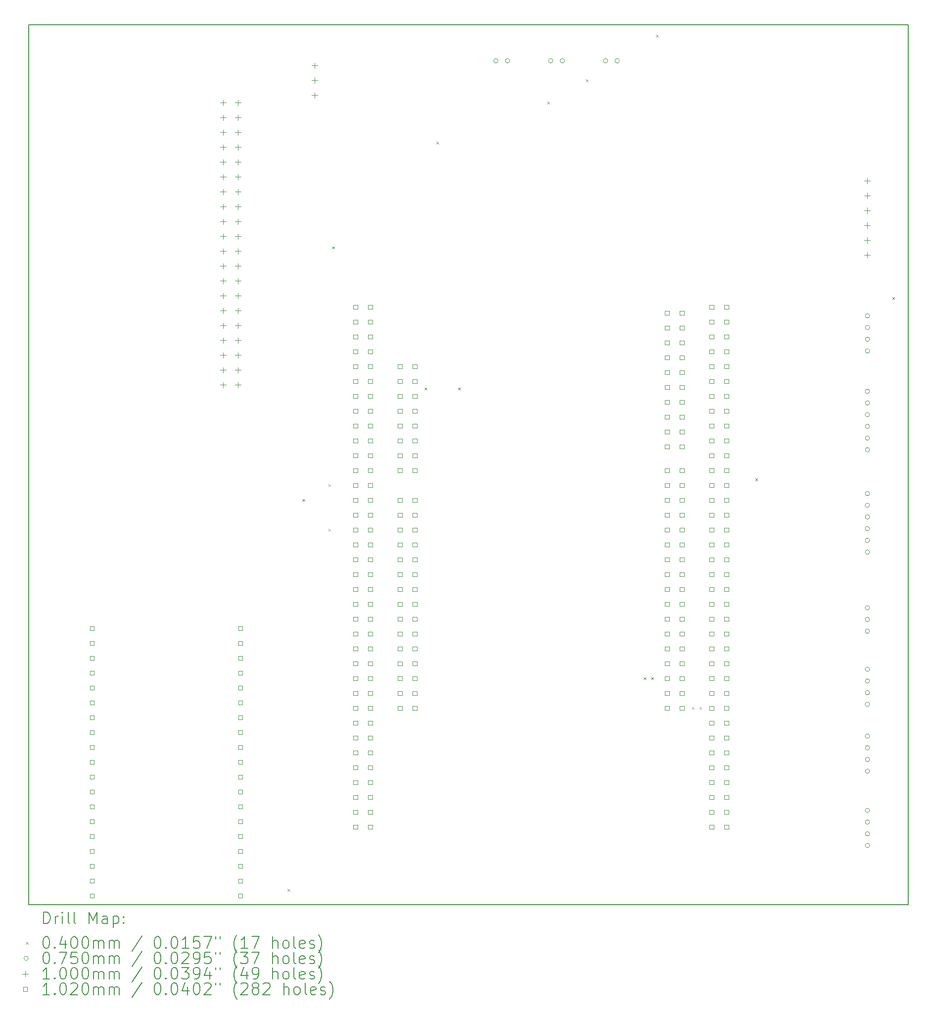
<source format=gbr>
%TF.GenerationSoftware,KiCad,Pcbnew,7.0.10*%
%TF.CreationDate,2024-03-01T12:45:31+01:00*%
%TF.ProjectId,zapdos,7a617064-6f73-42e6-9b69-6361645f7063,rev?*%
%TF.SameCoordinates,Original*%
%TF.FileFunction,Drillmap*%
%TF.FilePolarity,Positive*%
%FSLAX45Y45*%
G04 Gerber Fmt 4.5, Leading zero omitted, Abs format (unit mm)*
G04 Created by KiCad (PCBNEW 7.0.10) date 2024-03-01 12:45:31*
%MOMM*%
%LPD*%
G01*
G04 APERTURE LIST*
%ADD10C,0.200000*%
%ADD11C,0.100000*%
%ADD12C,0.102000*%
G04 APERTURE END LIST*
D10*
X18097500Y-2222500D02*
X3048000Y-2222500D01*
X3048000Y-17272000D02*
X18097500Y-17272000D01*
X18097500Y-17272000D02*
X18097500Y-2222500D01*
X3048000Y-2222500D02*
X3048000Y-17272000D01*
D11*
X7473000Y-16998000D02*
X7513000Y-17038000D01*
X7513000Y-16998000D02*
X7473000Y-17038000D01*
X7727000Y-10330500D02*
X7767000Y-10370500D01*
X7767000Y-10330500D02*
X7727000Y-10370500D01*
X8171500Y-10076500D02*
X8211500Y-10116500D01*
X8211500Y-10076500D02*
X8171500Y-10116500D01*
X8171500Y-10838500D02*
X8211500Y-10878500D01*
X8211500Y-10838500D02*
X8171500Y-10878500D01*
X8235000Y-6012500D02*
X8275000Y-6052500D01*
X8275000Y-6012500D02*
X8235000Y-6052500D01*
X9822059Y-8425059D02*
X9862059Y-8465059D01*
X9862059Y-8425059D02*
X9822059Y-8465059D01*
X10023750Y-4223750D02*
X10063750Y-4263750D01*
X10063750Y-4223750D02*
X10023750Y-4263750D01*
X10394000Y-8425500D02*
X10434000Y-8465500D01*
X10434000Y-8425500D02*
X10394000Y-8465500D01*
X11918000Y-3536000D02*
X11958000Y-3576000D01*
X11958000Y-3536000D02*
X11918000Y-3576000D01*
X12580000Y-3155000D02*
X12620000Y-3195000D01*
X12620000Y-3155000D02*
X12580000Y-3195000D01*
X13569000Y-13378500D02*
X13609000Y-13418500D01*
X13609000Y-13378500D02*
X13569000Y-13418500D01*
X13696000Y-13378500D02*
X13736000Y-13418500D01*
X13736000Y-13378500D02*
X13696000Y-13418500D01*
X13780000Y-2393000D02*
X13820000Y-2433000D01*
X13820000Y-2393000D02*
X13780000Y-2433000D01*
X14394500Y-13886500D02*
X14434500Y-13926500D01*
X14434500Y-13886500D02*
X14394500Y-13926500D01*
X14521500Y-13886500D02*
X14561500Y-13926500D01*
X14561500Y-13886500D02*
X14521500Y-13926500D01*
X15480000Y-9980000D02*
X15520000Y-10020000D01*
X15520000Y-9980000D02*
X15480000Y-10020000D01*
X17823500Y-6880000D02*
X17863500Y-6920000D01*
X17863500Y-6880000D02*
X17823500Y-6920000D01*
X11077000Y-2839000D02*
G75*
G03*
X11002000Y-2839000I-37500J0D01*
G01*
X11002000Y-2839000D02*
G75*
G03*
X11077000Y-2839000I37500J0D01*
G01*
X11277000Y-2839000D02*
G75*
G03*
X11202000Y-2839000I-37500J0D01*
G01*
X11202000Y-2839000D02*
G75*
G03*
X11277000Y-2839000I37500J0D01*
G01*
X12016000Y-2839000D02*
G75*
G03*
X11941000Y-2839000I-37500J0D01*
G01*
X11941000Y-2839000D02*
G75*
G03*
X12016000Y-2839000I37500J0D01*
G01*
X12216000Y-2839000D02*
G75*
G03*
X12141000Y-2839000I-37500J0D01*
G01*
X12141000Y-2839000D02*
G75*
G03*
X12216000Y-2839000I37500J0D01*
G01*
X12955000Y-2839000D02*
G75*
G03*
X12880000Y-2839000I-37500J0D01*
G01*
X12880000Y-2839000D02*
G75*
G03*
X12955000Y-2839000I37500J0D01*
G01*
X13155000Y-2839000D02*
G75*
G03*
X13080000Y-2839000I-37500J0D01*
G01*
X13080000Y-2839000D02*
G75*
G03*
X13155000Y-2839000I37500J0D01*
G01*
X17436500Y-8490000D02*
G75*
G03*
X17361500Y-8490000I-37500J0D01*
G01*
X17361500Y-8490000D02*
G75*
G03*
X17436500Y-8490000I37500J0D01*
G01*
X17436500Y-8690000D02*
G75*
G03*
X17361500Y-8690000I-37500J0D01*
G01*
X17361500Y-8690000D02*
G75*
G03*
X17436500Y-8690000I37500J0D01*
G01*
X17436500Y-8890000D02*
G75*
G03*
X17361500Y-8890000I-37500J0D01*
G01*
X17361500Y-8890000D02*
G75*
G03*
X17436500Y-8890000I37500J0D01*
G01*
X17436500Y-9090000D02*
G75*
G03*
X17361500Y-9090000I-37500J0D01*
G01*
X17361500Y-9090000D02*
G75*
G03*
X17436500Y-9090000I37500J0D01*
G01*
X17436500Y-9290000D02*
G75*
G03*
X17361500Y-9290000I-37500J0D01*
G01*
X17361500Y-9290000D02*
G75*
G03*
X17436500Y-9290000I37500J0D01*
G01*
X17436500Y-9490000D02*
G75*
G03*
X17361500Y-9490000I-37500J0D01*
G01*
X17361500Y-9490000D02*
G75*
G03*
X17436500Y-9490000I37500J0D01*
G01*
X17436500Y-10239500D02*
G75*
G03*
X17361500Y-10239500I-37500J0D01*
G01*
X17361500Y-10239500D02*
G75*
G03*
X17436500Y-10239500I37500J0D01*
G01*
X17436500Y-10439500D02*
G75*
G03*
X17361500Y-10439500I-37500J0D01*
G01*
X17361500Y-10439500D02*
G75*
G03*
X17436500Y-10439500I37500J0D01*
G01*
X17436500Y-10639500D02*
G75*
G03*
X17361500Y-10639500I-37500J0D01*
G01*
X17361500Y-10639500D02*
G75*
G03*
X17436500Y-10639500I37500J0D01*
G01*
X17436500Y-10839500D02*
G75*
G03*
X17361500Y-10839500I-37500J0D01*
G01*
X17361500Y-10839500D02*
G75*
G03*
X17436500Y-10839500I37500J0D01*
G01*
X17436500Y-11039500D02*
G75*
G03*
X17361500Y-11039500I-37500J0D01*
G01*
X17361500Y-11039500D02*
G75*
G03*
X17436500Y-11039500I37500J0D01*
G01*
X17436500Y-11239500D02*
G75*
G03*
X17361500Y-11239500I-37500J0D01*
G01*
X17361500Y-11239500D02*
G75*
G03*
X17436500Y-11239500I37500J0D01*
G01*
X17436500Y-12192000D02*
G75*
G03*
X17361500Y-12192000I-37500J0D01*
G01*
X17361500Y-12192000D02*
G75*
G03*
X17436500Y-12192000I37500J0D01*
G01*
X17436500Y-12392000D02*
G75*
G03*
X17361500Y-12392000I-37500J0D01*
G01*
X17361500Y-12392000D02*
G75*
G03*
X17436500Y-12392000I37500J0D01*
G01*
X17436500Y-12592000D02*
G75*
G03*
X17361500Y-12592000I-37500J0D01*
G01*
X17361500Y-12592000D02*
G75*
G03*
X17436500Y-12592000I37500J0D01*
G01*
X17436500Y-13243000D02*
G75*
G03*
X17361500Y-13243000I-37500J0D01*
G01*
X17361500Y-13243000D02*
G75*
G03*
X17436500Y-13243000I37500J0D01*
G01*
X17436500Y-13443000D02*
G75*
G03*
X17361500Y-13443000I-37500J0D01*
G01*
X17361500Y-13443000D02*
G75*
G03*
X17436500Y-13443000I37500J0D01*
G01*
X17436500Y-13643000D02*
G75*
G03*
X17361500Y-13643000I-37500J0D01*
G01*
X17361500Y-13643000D02*
G75*
G03*
X17436500Y-13643000I37500J0D01*
G01*
X17436500Y-13843000D02*
G75*
G03*
X17361500Y-13843000I-37500J0D01*
G01*
X17361500Y-13843000D02*
G75*
G03*
X17436500Y-13843000I37500J0D01*
G01*
X17436500Y-14386000D02*
G75*
G03*
X17361500Y-14386000I-37500J0D01*
G01*
X17361500Y-14386000D02*
G75*
G03*
X17436500Y-14386000I37500J0D01*
G01*
X17436500Y-14586000D02*
G75*
G03*
X17361500Y-14586000I-37500J0D01*
G01*
X17361500Y-14586000D02*
G75*
G03*
X17436500Y-14586000I37500J0D01*
G01*
X17436500Y-14786000D02*
G75*
G03*
X17361500Y-14786000I-37500J0D01*
G01*
X17361500Y-14786000D02*
G75*
G03*
X17436500Y-14786000I37500J0D01*
G01*
X17436500Y-14986000D02*
G75*
G03*
X17361500Y-14986000I-37500J0D01*
G01*
X17361500Y-14986000D02*
G75*
G03*
X17436500Y-14986000I37500J0D01*
G01*
X17436500Y-15656000D02*
G75*
G03*
X17361500Y-15656000I-37500J0D01*
G01*
X17361500Y-15656000D02*
G75*
G03*
X17436500Y-15656000I37500J0D01*
G01*
X17436500Y-15856000D02*
G75*
G03*
X17361500Y-15856000I-37500J0D01*
G01*
X17361500Y-15856000D02*
G75*
G03*
X17436500Y-15856000I37500J0D01*
G01*
X17436500Y-16056000D02*
G75*
G03*
X17361500Y-16056000I-37500J0D01*
G01*
X17361500Y-16056000D02*
G75*
G03*
X17436500Y-16056000I37500J0D01*
G01*
X17436500Y-16256000D02*
G75*
G03*
X17361500Y-16256000I-37500J0D01*
G01*
X17361500Y-16256000D02*
G75*
G03*
X17436500Y-16256000I37500J0D01*
G01*
X17437500Y-7200000D02*
G75*
G03*
X17362500Y-7200000I-37500J0D01*
G01*
X17362500Y-7200000D02*
G75*
G03*
X17437500Y-7200000I37500J0D01*
G01*
X17437500Y-7400000D02*
G75*
G03*
X17362500Y-7400000I-37500J0D01*
G01*
X17362500Y-7400000D02*
G75*
G03*
X17437500Y-7400000I37500J0D01*
G01*
X17437500Y-7600000D02*
G75*
G03*
X17362500Y-7600000I-37500J0D01*
G01*
X17362500Y-7600000D02*
G75*
G03*
X17437500Y-7600000I37500J0D01*
G01*
X17437500Y-7800000D02*
G75*
G03*
X17362500Y-7800000I-37500J0D01*
G01*
X17362500Y-7800000D02*
G75*
G03*
X17437500Y-7800000I37500J0D01*
G01*
X6370000Y-3506000D02*
X6370000Y-3606000D01*
X6320000Y-3556000D02*
X6420000Y-3556000D01*
X6370000Y-3760000D02*
X6370000Y-3860000D01*
X6320000Y-3810000D02*
X6420000Y-3810000D01*
X6370000Y-4014000D02*
X6370000Y-4114000D01*
X6320000Y-4064000D02*
X6420000Y-4064000D01*
X6370000Y-4268000D02*
X6370000Y-4368000D01*
X6320000Y-4318000D02*
X6420000Y-4318000D01*
X6370000Y-4522000D02*
X6370000Y-4622000D01*
X6320000Y-4572000D02*
X6420000Y-4572000D01*
X6370000Y-4776000D02*
X6370000Y-4876000D01*
X6320000Y-4826000D02*
X6420000Y-4826000D01*
X6370000Y-5030000D02*
X6370000Y-5130000D01*
X6320000Y-5080000D02*
X6420000Y-5080000D01*
X6370000Y-5284000D02*
X6370000Y-5384000D01*
X6320000Y-5334000D02*
X6420000Y-5334000D01*
X6370000Y-5538000D02*
X6370000Y-5638000D01*
X6320000Y-5588000D02*
X6420000Y-5588000D01*
X6370000Y-5792000D02*
X6370000Y-5892000D01*
X6320000Y-5842000D02*
X6420000Y-5842000D01*
X6370000Y-6046000D02*
X6370000Y-6146000D01*
X6320000Y-6096000D02*
X6420000Y-6096000D01*
X6370000Y-6300000D02*
X6370000Y-6400000D01*
X6320000Y-6350000D02*
X6420000Y-6350000D01*
X6370000Y-6554000D02*
X6370000Y-6654000D01*
X6320000Y-6604000D02*
X6420000Y-6604000D01*
X6370000Y-6808000D02*
X6370000Y-6908000D01*
X6320000Y-6858000D02*
X6420000Y-6858000D01*
X6370000Y-7062000D02*
X6370000Y-7162000D01*
X6320000Y-7112000D02*
X6420000Y-7112000D01*
X6370000Y-7316000D02*
X6370000Y-7416000D01*
X6320000Y-7366000D02*
X6420000Y-7366000D01*
X6370000Y-7570000D02*
X6370000Y-7670000D01*
X6320000Y-7620000D02*
X6420000Y-7620000D01*
X6370000Y-7824000D02*
X6370000Y-7924000D01*
X6320000Y-7874000D02*
X6420000Y-7874000D01*
X6370000Y-8078000D02*
X6370000Y-8178000D01*
X6320000Y-8128000D02*
X6420000Y-8128000D01*
X6370000Y-8332000D02*
X6370000Y-8432000D01*
X6320000Y-8382000D02*
X6420000Y-8382000D01*
X6624000Y-3506000D02*
X6624000Y-3606000D01*
X6574000Y-3556000D02*
X6674000Y-3556000D01*
X6624000Y-3760000D02*
X6624000Y-3860000D01*
X6574000Y-3810000D02*
X6674000Y-3810000D01*
X6624000Y-4014000D02*
X6624000Y-4114000D01*
X6574000Y-4064000D02*
X6674000Y-4064000D01*
X6624000Y-4268000D02*
X6624000Y-4368000D01*
X6574000Y-4318000D02*
X6674000Y-4318000D01*
X6624000Y-4522000D02*
X6624000Y-4622000D01*
X6574000Y-4572000D02*
X6674000Y-4572000D01*
X6624000Y-4776000D02*
X6624000Y-4876000D01*
X6574000Y-4826000D02*
X6674000Y-4826000D01*
X6624000Y-5030000D02*
X6624000Y-5130000D01*
X6574000Y-5080000D02*
X6674000Y-5080000D01*
X6624000Y-5284000D02*
X6624000Y-5384000D01*
X6574000Y-5334000D02*
X6674000Y-5334000D01*
X6624000Y-5538000D02*
X6624000Y-5638000D01*
X6574000Y-5588000D02*
X6674000Y-5588000D01*
X6624000Y-5792000D02*
X6624000Y-5892000D01*
X6574000Y-5842000D02*
X6674000Y-5842000D01*
X6624000Y-6046000D02*
X6624000Y-6146000D01*
X6574000Y-6096000D02*
X6674000Y-6096000D01*
X6624000Y-6300000D02*
X6624000Y-6400000D01*
X6574000Y-6350000D02*
X6674000Y-6350000D01*
X6624000Y-6554000D02*
X6624000Y-6654000D01*
X6574000Y-6604000D02*
X6674000Y-6604000D01*
X6624000Y-6808000D02*
X6624000Y-6908000D01*
X6574000Y-6858000D02*
X6674000Y-6858000D01*
X6624000Y-7062000D02*
X6624000Y-7162000D01*
X6574000Y-7112000D02*
X6674000Y-7112000D01*
X6624000Y-7316000D02*
X6624000Y-7416000D01*
X6574000Y-7366000D02*
X6674000Y-7366000D01*
X6624000Y-7570000D02*
X6624000Y-7670000D01*
X6574000Y-7620000D02*
X6674000Y-7620000D01*
X6624000Y-7824000D02*
X6624000Y-7924000D01*
X6574000Y-7874000D02*
X6674000Y-7874000D01*
X6624000Y-8078000D02*
X6624000Y-8178000D01*
X6574000Y-8128000D02*
X6674000Y-8128000D01*
X6624000Y-8332000D02*
X6624000Y-8432000D01*
X6574000Y-8382000D02*
X6674000Y-8382000D01*
X7937500Y-2871000D02*
X7937500Y-2971000D01*
X7887500Y-2921000D02*
X7987500Y-2921000D01*
X7937500Y-3125000D02*
X7937500Y-3225000D01*
X7887500Y-3175000D02*
X7987500Y-3175000D01*
X7937500Y-3379000D02*
X7937500Y-3479000D01*
X7887500Y-3429000D02*
X7987500Y-3429000D01*
X17399000Y-4839500D02*
X17399000Y-4939500D01*
X17349000Y-4889500D02*
X17449000Y-4889500D01*
X17399000Y-5093500D02*
X17399000Y-5193500D01*
X17349000Y-5143500D02*
X17449000Y-5143500D01*
X17399000Y-5347500D02*
X17399000Y-5447500D01*
X17349000Y-5397500D02*
X17449000Y-5397500D01*
X17399000Y-5601500D02*
X17399000Y-5701500D01*
X17349000Y-5651500D02*
X17449000Y-5651500D01*
X17399000Y-5855500D02*
X17399000Y-5955500D01*
X17349000Y-5905500D02*
X17449000Y-5905500D01*
X17399000Y-6109500D02*
X17399000Y-6209500D01*
X17349000Y-6159500D02*
X17449000Y-6159500D01*
D12*
X4163563Y-12580563D02*
X4163563Y-12508437D01*
X4091437Y-12508437D01*
X4091437Y-12580563D01*
X4163563Y-12580563D01*
X4163563Y-12834563D02*
X4163563Y-12762437D01*
X4091437Y-12762437D01*
X4091437Y-12834563D01*
X4163563Y-12834563D01*
X4163563Y-13088563D02*
X4163563Y-13016437D01*
X4091437Y-13016437D01*
X4091437Y-13088563D01*
X4163563Y-13088563D01*
X4163563Y-13342563D02*
X4163563Y-13270437D01*
X4091437Y-13270437D01*
X4091437Y-13342563D01*
X4163563Y-13342563D01*
X4163563Y-13596563D02*
X4163563Y-13524437D01*
X4091437Y-13524437D01*
X4091437Y-13596563D01*
X4163563Y-13596563D01*
X4163563Y-13850563D02*
X4163563Y-13778437D01*
X4091437Y-13778437D01*
X4091437Y-13850563D01*
X4163563Y-13850563D01*
X4163563Y-14104563D02*
X4163563Y-14032437D01*
X4091437Y-14032437D01*
X4091437Y-14104563D01*
X4163563Y-14104563D01*
X4163563Y-14358563D02*
X4163563Y-14286437D01*
X4091437Y-14286437D01*
X4091437Y-14358563D01*
X4163563Y-14358563D01*
X4163563Y-14612563D02*
X4163563Y-14540437D01*
X4091437Y-14540437D01*
X4091437Y-14612563D01*
X4163563Y-14612563D01*
X4163563Y-14866563D02*
X4163563Y-14794437D01*
X4091437Y-14794437D01*
X4091437Y-14866563D01*
X4163563Y-14866563D01*
X4163563Y-15120563D02*
X4163563Y-15048437D01*
X4091437Y-15048437D01*
X4091437Y-15120563D01*
X4163563Y-15120563D01*
X4163563Y-15374563D02*
X4163563Y-15302437D01*
X4091437Y-15302437D01*
X4091437Y-15374563D01*
X4163563Y-15374563D01*
X4163563Y-15628563D02*
X4163563Y-15556437D01*
X4091437Y-15556437D01*
X4091437Y-15628563D01*
X4163563Y-15628563D01*
X4163563Y-15882563D02*
X4163563Y-15810437D01*
X4091437Y-15810437D01*
X4091437Y-15882563D01*
X4163563Y-15882563D01*
X4163563Y-16136563D02*
X4163563Y-16064437D01*
X4091437Y-16064437D01*
X4091437Y-16136563D01*
X4163563Y-16136563D01*
X4163563Y-16390563D02*
X4163563Y-16318437D01*
X4091437Y-16318437D01*
X4091437Y-16390563D01*
X4163563Y-16390563D01*
X4163563Y-16644563D02*
X4163563Y-16572437D01*
X4091437Y-16572437D01*
X4091437Y-16644563D01*
X4163563Y-16644563D01*
X4163563Y-16898563D02*
X4163563Y-16826437D01*
X4091437Y-16826437D01*
X4091437Y-16898563D01*
X4163563Y-16898563D01*
X4163563Y-17152563D02*
X4163563Y-17080437D01*
X4091437Y-17080437D01*
X4091437Y-17152563D01*
X4163563Y-17152563D01*
X6703563Y-12580563D02*
X6703563Y-12508437D01*
X6631437Y-12508437D01*
X6631437Y-12580563D01*
X6703563Y-12580563D01*
X6703563Y-12834563D02*
X6703563Y-12762437D01*
X6631437Y-12762437D01*
X6631437Y-12834563D01*
X6703563Y-12834563D01*
X6703563Y-13088563D02*
X6703563Y-13016437D01*
X6631437Y-13016437D01*
X6631437Y-13088563D01*
X6703563Y-13088563D01*
X6703563Y-13342563D02*
X6703563Y-13270437D01*
X6631437Y-13270437D01*
X6631437Y-13342563D01*
X6703563Y-13342563D01*
X6703563Y-13596563D02*
X6703563Y-13524437D01*
X6631437Y-13524437D01*
X6631437Y-13596563D01*
X6703563Y-13596563D01*
X6703563Y-13850563D02*
X6703563Y-13778437D01*
X6631437Y-13778437D01*
X6631437Y-13850563D01*
X6703563Y-13850563D01*
X6703563Y-14104563D02*
X6703563Y-14032437D01*
X6631437Y-14032437D01*
X6631437Y-14104563D01*
X6703563Y-14104563D01*
X6703563Y-14358563D02*
X6703563Y-14286437D01*
X6631437Y-14286437D01*
X6631437Y-14358563D01*
X6703563Y-14358563D01*
X6703563Y-14612563D02*
X6703563Y-14540437D01*
X6631437Y-14540437D01*
X6631437Y-14612563D01*
X6703563Y-14612563D01*
X6703563Y-14866563D02*
X6703563Y-14794437D01*
X6631437Y-14794437D01*
X6631437Y-14866563D01*
X6703563Y-14866563D01*
X6703563Y-15120563D02*
X6703563Y-15048437D01*
X6631437Y-15048437D01*
X6631437Y-15120563D01*
X6703563Y-15120563D01*
X6703563Y-15374563D02*
X6703563Y-15302437D01*
X6631437Y-15302437D01*
X6631437Y-15374563D01*
X6703563Y-15374563D01*
X6703563Y-15628563D02*
X6703563Y-15556437D01*
X6631437Y-15556437D01*
X6631437Y-15628563D01*
X6703563Y-15628563D01*
X6703563Y-15882563D02*
X6703563Y-15810437D01*
X6631437Y-15810437D01*
X6631437Y-15882563D01*
X6703563Y-15882563D01*
X6703563Y-16136563D02*
X6703563Y-16064437D01*
X6631437Y-16064437D01*
X6631437Y-16136563D01*
X6703563Y-16136563D01*
X6703563Y-16390563D02*
X6703563Y-16318437D01*
X6631437Y-16318437D01*
X6631437Y-16390563D01*
X6703563Y-16390563D01*
X6703563Y-16644563D02*
X6703563Y-16572437D01*
X6631437Y-16572437D01*
X6631437Y-16644563D01*
X6703563Y-16644563D01*
X6703563Y-16898563D02*
X6703563Y-16826437D01*
X6631437Y-16826437D01*
X6631437Y-16898563D01*
X6703563Y-16898563D01*
X6703563Y-17152563D02*
X6703563Y-17080437D01*
X6631437Y-17080437D01*
X6631437Y-17152563D01*
X6703563Y-17152563D01*
X8672063Y-7084563D02*
X8672063Y-7012437D01*
X8599937Y-7012437D01*
X8599937Y-7084563D01*
X8672063Y-7084563D01*
X8672063Y-7338563D02*
X8672063Y-7266437D01*
X8599937Y-7266437D01*
X8599937Y-7338563D01*
X8672063Y-7338563D01*
X8672063Y-7592563D02*
X8672063Y-7520437D01*
X8599937Y-7520437D01*
X8599937Y-7592563D01*
X8672063Y-7592563D01*
X8672063Y-7846563D02*
X8672063Y-7774437D01*
X8599937Y-7774437D01*
X8599937Y-7846563D01*
X8672063Y-7846563D01*
X8672063Y-8100563D02*
X8672063Y-8028437D01*
X8599937Y-8028437D01*
X8599937Y-8100563D01*
X8672063Y-8100563D01*
X8672063Y-8354563D02*
X8672063Y-8282437D01*
X8599937Y-8282437D01*
X8599937Y-8354563D01*
X8672063Y-8354563D01*
X8672063Y-8608563D02*
X8672063Y-8536437D01*
X8599937Y-8536437D01*
X8599937Y-8608563D01*
X8672063Y-8608563D01*
X8672063Y-8862563D02*
X8672063Y-8790437D01*
X8599937Y-8790437D01*
X8599937Y-8862563D01*
X8672063Y-8862563D01*
X8672063Y-9116563D02*
X8672063Y-9044437D01*
X8599937Y-9044437D01*
X8599937Y-9116563D01*
X8672063Y-9116563D01*
X8672063Y-9370563D02*
X8672063Y-9298437D01*
X8599937Y-9298437D01*
X8599937Y-9370563D01*
X8672063Y-9370563D01*
X8672063Y-9624563D02*
X8672063Y-9552437D01*
X8599937Y-9552437D01*
X8599937Y-9624563D01*
X8672063Y-9624563D01*
X8672063Y-9878563D02*
X8672063Y-9806437D01*
X8599937Y-9806437D01*
X8599937Y-9878563D01*
X8672063Y-9878563D01*
X8672063Y-10132563D02*
X8672063Y-10060437D01*
X8599937Y-10060437D01*
X8599937Y-10132563D01*
X8672063Y-10132563D01*
X8672063Y-10386563D02*
X8672063Y-10314437D01*
X8599937Y-10314437D01*
X8599937Y-10386563D01*
X8672063Y-10386563D01*
X8672063Y-10640563D02*
X8672063Y-10568437D01*
X8599937Y-10568437D01*
X8599937Y-10640563D01*
X8672063Y-10640563D01*
X8672063Y-10894563D02*
X8672063Y-10822437D01*
X8599937Y-10822437D01*
X8599937Y-10894563D01*
X8672063Y-10894563D01*
X8672063Y-11148563D02*
X8672063Y-11076437D01*
X8599937Y-11076437D01*
X8599937Y-11148563D01*
X8672063Y-11148563D01*
X8672063Y-11402563D02*
X8672063Y-11330437D01*
X8599937Y-11330437D01*
X8599937Y-11402563D01*
X8672063Y-11402563D01*
X8672063Y-11656563D02*
X8672063Y-11584437D01*
X8599937Y-11584437D01*
X8599937Y-11656563D01*
X8672063Y-11656563D01*
X8672063Y-11910563D02*
X8672063Y-11838437D01*
X8599937Y-11838437D01*
X8599937Y-11910563D01*
X8672063Y-11910563D01*
X8672063Y-12164563D02*
X8672063Y-12092437D01*
X8599937Y-12092437D01*
X8599937Y-12164563D01*
X8672063Y-12164563D01*
X8672063Y-12418563D02*
X8672063Y-12346437D01*
X8599937Y-12346437D01*
X8599937Y-12418563D01*
X8672063Y-12418563D01*
X8672063Y-12672563D02*
X8672063Y-12600437D01*
X8599937Y-12600437D01*
X8599937Y-12672563D01*
X8672063Y-12672563D01*
X8672063Y-12926563D02*
X8672063Y-12854437D01*
X8599937Y-12854437D01*
X8599937Y-12926563D01*
X8672063Y-12926563D01*
X8672063Y-13180563D02*
X8672063Y-13108437D01*
X8599937Y-13108437D01*
X8599937Y-13180563D01*
X8672063Y-13180563D01*
X8672063Y-13434563D02*
X8672063Y-13362437D01*
X8599937Y-13362437D01*
X8599937Y-13434563D01*
X8672063Y-13434563D01*
X8672063Y-13688563D02*
X8672063Y-13616437D01*
X8599937Y-13616437D01*
X8599937Y-13688563D01*
X8672063Y-13688563D01*
X8672063Y-13942563D02*
X8672063Y-13870437D01*
X8599937Y-13870437D01*
X8599937Y-13942563D01*
X8672063Y-13942563D01*
X8672063Y-14196563D02*
X8672063Y-14124437D01*
X8599937Y-14124437D01*
X8599937Y-14196563D01*
X8672063Y-14196563D01*
X8672063Y-14450563D02*
X8672063Y-14378437D01*
X8599937Y-14378437D01*
X8599937Y-14450563D01*
X8672063Y-14450563D01*
X8672063Y-14704563D02*
X8672063Y-14632437D01*
X8599937Y-14632437D01*
X8599937Y-14704563D01*
X8672063Y-14704563D01*
X8672063Y-14958563D02*
X8672063Y-14886437D01*
X8599937Y-14886437D01*
X8599937Y-14958563D01*
X8672063Y-14958563D01*
X8672063Y-15212563D02*
X8672063Y-15140437D01*
X8599937Y-15140437D01*
X8599937Y-15212563D01*
X8672063Y-15212563D01*
X8672063Y-15466563D02*
X8672063Y-15394437D01*
X8599937Y-15394437D01*
X8599937Y-15466563D01*
X8672063Y-15466563D01*
X8672063Y-15720563D02*
X8672063Y-15648437D01*
X8599937Y-15648437D01*
X8599937Y-15720563D01*
X8672063Y-15720563D01*
X8672063Y-15974563D02*
X8672063Y-15902437D01*
X8599937Y-15902437D01*
X8599937Y-15974563D01*
X8672063Y-15974563D01*
X8926063Y-7084563D02*
X8926063Y-7012437D01*
X8853937Y-7012437D01*
X8853937Y-7084563D01*
X8926063Y-7084563D01*
X8926063Y-7338563D02*
X8926063Y-7266437D01*
X8853937Y-7266437D01*
X8853937Y-7338563D01*
X8926063Y-7338563D01*
X8926063Y-7592563D02*
X8926063Y-7520437D01*
X8853937Y-7520437D01*
X8853937Y-7592563D01*
X8926063Y-7592563D01*
X8926063Y-7846563D02*
X8926063Y-7774437D01*
X8853937Y-7774437D01*
X8853937Y-7846563D01*
X8926063Y-7846563D01*
X8926063Y-8100563D02*
X8926063Y-8028437D01*
X8853937Y-8028437D01*
X8853937Y-8100563D01*
X8926063Y-8100563D01*
X8926063Y-8354563D02*
X8926063Y-8282437D01*
X8853937Y-8282437D01*
X8853937Y-8354563D01*
X8926063Y-8354563D01*
X8926063Y-8608563D02*
X8926063Y-8536437D01*
X8853937Y-8536437D01*
X8853937Y-8608563D01*
X8926063Y-8608563D01*
X8926063Y-8862563D02*
X8926063Y-8790437D01*
X8853937Y-8790437D01*
X8853937Y-8862563D01*
X8926063Y-8862563D01*
X8926063Y-9116563D02*
X8926063Y-9044437D01*
X8853937Y-9044437D01*
X8853937Y-9116563D01*
X8926063Y-9116563D01*
X8926063Y-9370563D02*
X8926063Y-9298437D01*
X8853937Y-9298437D01*
X8853937Y-9370563D01*
X8926063Y-9370563D01*
X8926063Y-9624563D02*
X8926063Y-9552437D01*
X8853937Y-9552437D01*
X8853937Y-9624563D01*
X8926063Y-9624563D01*
X8926063Y-9878563D02*
X8926063Y-9806437D01*
X8853937Y-9806437D01*
X8853937Y-9878563D01*
X8926063Y-9878563D01*
X8926063Y-10132563D02*
X8926063Y-10060437D01*
X8853937Y-10060437D01*
X8853937Y-10132563D01*
X8926063Y-10132563D01*
X8926063Y-10386563D02*
X8926063Y-10314437D01*
X8853937Y-10314437D01*
X8853937Y-10386563D01*
X8926063Y-10386563D01*
X8926063Y-10640563D02*
X8926063Y-10568437D01*
X8853937Y-10568437D01*
X8853937Y-10640563D01*
X8926063Y-10640563D01*
X8926063Y-10894563D02*
X8926063Y-10822437D01*
X8853937Y-10822437D01*
X8853937Y-10894563D01*
X8926063Y-10894563D01*
X8926063Y-11148563D02*
X8926063Y-11076437D01*
X8853937Y-11076437D01*
X8853937Y-11148563D01*
X8926063Y-11148563D01*
X8926063Y-11402563D02*
X8926063Y-11330437D01*
X8853937Y-11330437D01*
X8853937Y-11402563D01*
X8926063Y-11402563D01*
X8926063Y-11656563D02*
X8926063Y-11584437D01*
X8853937Y-11584437D01*
X8853937Y-11656563D01*
X8926063Y-11656563D01*
X8926063Y-11910563D02*
X8926063Y-11838437D01*
X8853937Y-11838437D01*
X8853937Y-11910563D01*
X8926063Y-11910563D01*
X8926063Y-12164563D02*
X8926063Y-12092437D01*
X8853937Y-12092437D01*
X8853937Y-12164563D01*
X8926063Y-12164563D01*
X8926063Y-12418563D02*
X8926063Y-12346437D01*
X8853937Y-12346437D01*
X8853937Y-12418563D01*
X8926063Y-12418563D01*
X8926063Y-12672563D02*
X8926063Y-12600437D01*
X8853937Y-12600437D01*
X8853937Y-12672563D01*
X8926063Y-12672563D01*
X8926063Y-12926563D02*
X8926063Y-12854437D01*
X8853937Y-12854437D01*
X8853937Y-12926563D01*
X8926063Y-12926563D01*
X8926063Y-13180563D02*
X8926063Y-13108437D01*
X8853937Y-13108437D01*
X8853937Y-13180563D01*
X8926063Y-13180563D01*
X8926063Y-13434563D02*
X8926063Y-13362437D01*
X8853937Y-13362437D01*
X8853937Y-13434563D01*
X8926063Y-13434563D01*
X8926063Y-13688563D02*
X8926063Y-13616437D01*
X8853937Y-13616437D01*
X8853937Y-13688563D01*
X8926063Y-13688563D01*
X8926063Y-13942563D02*
X8926063Y-13870437D01*
X8853937Y-13870437D01*
X8853937Y-13942563D01*
X8926063Y-13942563D01*
X8926063Y-14196563D02*
X8926063Y-14124437D01*
X8853937Y-14124437D01*
X8853937Y-14196563D01*
X8926063Y-14196563D01*
X8926063Y-14450563D02*
X8926063Y-14378437D01*
X8853937Y-14378437D01*
X8853937Y-14450563D01*
X8926063Y-14450563D01*
X8926063Y-14704563D02*
X8926063Y-14632437D01*
X8853937Y-14632437D01*
X8853937Y-14704563D01*
X8926063Y-14704563D01*
X8926063Y-14958563D02*
X8926063Y-14886437D01*
X8853937Y-14886437D01*
X8853937Y-14958563D01*
X8926063Y-14958563D01*
X8926063Y-15212563D02*
X8926063Y-15140437D01*
X8853937Y-15140437D01*
X8853937Y-15212563D01*
X8926063Y-15212563D01*
X8926063Y-15466563D02*
X8926063Y-15394437D01*
X8853937Y-15394437D01*
X8853937Y-15466563D01*
X8926063Y-15466563D01*
X8926063Y-15720563D02*
X8926063Y-15648437D01*
X8853937Y-15648437D01*
X8853937Y-15720563D01*
X8926063Y-15720563D01*
X8926063Y-15974563D02*
X8926063Y-15902437D01*
X8853937Y-15902437D01*
X8853937Y-15974563D01*
X8926063Y-15974563D01*
X9434063Y-8100563D02*
X9434063Y-8028437D01*
X9361937Y-8028437D01*
X9361937Y-8100563D01*
X9434063Y-8100563D01*
X9434063Y-8354563D02*
X9434063Y-8282437D01*
X9361937Y-8282437D01*
X9361937Y-8354563D01*
X9434063Y-8354563D01*
X9434063Y-8608563D02*
X9434063Y-8536437D01*
X9361937Y-8536437D01*
X9361937Y-8608563D01*
X9434063Y-8608563D01*
X9434063Y-8862563D02*
X9434063Y-8790437D01*
X9361937Y-8790437D01*
X9361937Y-8862563D01*
X9434063Y-8862563D01*
X9434063Y-9116563D02*
X9434063Y-9044437D01*
X9361937Y-9044437D01*
X9361937Y-9116563D01*
X9434063Y-9116563D01*
X9434063Y-9370563D02*
X9434063Y-9298437D01*
X9361937Y-9298437D01*
X9361937Y-9370563D01*
X9434063Y-9370563D01*
X9434063Y-9624563D02*
X9434063Y-9552437D01*
X9361937Y-9552437D01*
X9361937Y-9624563D01*
X9434063Y-9624563D01*
X9434063Y-9878563D02*
X9434063Y-9806437D01*
X9361937Y-9806437D01*
X9361937Y-9878563D01*
X9434063Y-9878563D01*
X9434063Y-10386563D02*
X9434063Y-10314437D01*
X9361937Y-10314437D01*
X9361937Y-10386563D01*
X9434063Y-10386563D01*
X9434063Y-10640563D02*
X9434063Y-10568437D01*
X9361937Y-10568437D01*
X9361937Y-10640563D01*
X9434063Y-10640563D01*
X9434063Y-10894563D02*
X9434063Y-10822437D01*
X9361937Y-10822437D01*
X9361937Y-10894563D01*
X9434063Y-10894563D01*
X9434063Y-11148563D02*
X9434063Y-11076437D01*
X9361937Y-11076437D01*
X9361937Y-11148563D01*
X9434063Y-11148563D01*
X9434063Y-11402563D02*
X9434063Y-11330437D01*
X9361937Y-11330437D01*
X9361937Y-11402563D01*
X9434063Y-11402563D01*
X9434063Y-11656563D02*
X9434063Y-11584437D01*
X9361937Y-11584437D01*
X9361937Y-11656563D01*
X9434063Y-11656563D01*
X9434063Y-11910563D02*
X9434063Y-11838437D01*
X9361937Y-11838437D01*
X9361937Y-11910563D01*
X9434063Y-11910563D01*
X9434063Y-12164563D02*
X9434063Y-12092437D01*
X9361937Y-12092437D01*
X9361937Y-12164563D01*
X9434063Y-12164563D01*
X9434063Y-12418563D02*
X9434063Y-12346437D01*
X9361937Y-12346437D01*
X9361937Y-12418563D01*
X9434063Y-12418563D01*
X9434063Y-12672563D02*
X9434063Y-12600437D01*
X9361937Y-12600437D01*
X9361937Y-12672563D01*
X9434063Y-12672563D01*
X9434063Y-12926563D02*
X9434063Y-12854437D01*
X9361937Y-12854437D01*
X9361937Y-12926563D01*
X9434063Y-12926563D01*
X9434063Y-13180563D02*
X9434063Y-13108437D01*
X9361937Y-13108437D01*
X9361937Y-13180563D01*
X9434063Y-13180563D01*
X9434063Y-13434563D02*
X9434063Y-13362437D01*
X9361937Y-13362437D01*
X9361937Y-13434563D01*
X9434063Y-13434563D01*
X9434063Y-13688563D02*
X9434063Y-13616437D01*
X9361937Y-13616437D01*
X9361937Y-13688563D01*
X9434063Y-13688563D01*
X9434063Y-13942563D02*
X9434063Y-13870437D01*
X9361937Y-13870437D01*
X9361937Y-13942563D01*
X9434063Y-13942563D01*
X9688063Y-8100563D02*
X9688063Y-8028437D01*
X9615937Y-8028437D01*
X9615937Y-8100563D01*
X9688063Y-8100563D01*
X9688063Y-8354563D02*
X9688063Y-8282437D01*
X9615937Y-8282437D01*
X9615937Y-8354563D01*
X9688063Y-8354563D01*
X9688063Y-8608563D02*
X9688063Y-8536437D01*
X9615937Y-8536437D01*
X9615937Y-8608563D01*
X9688063Y-8608563D01*
X9688063Y-8862563D02*
X9688063Y-8790437D01*
X9615937Y-8790437D01*
X9615937Y-8862563D01*
X9688063Y-8862563D01*
X9688063Y-9116563D02*
X9688063Y-9044437D01*
X9615937Y-9044437D01*
X9615937Y-9116563D01*
X9688063Y-9116563D01*
X9688063Y-9370563D02*
X9688063Y-9298437D01*
X9615937Y-9298437D01*
X9615937Y-9370563D01*
X9688063Y-9370563D01*
X9688063Y-9624563D02*
X9688063Y-9552437D01*
X9615937Y-9552437D01*
X9615937Y-9624563D01*
X9688063Y-9624563D01*
X9688063Y-9878563D02*
X9688063Y-9806437D01*
X9615937Y-9806437D01*
X9615937Y-9878563D01*
X9688063Y-9878563D01*
X9688063Y-10386563D02*
X9688063Y-10314437D01*
X9615937Y-10314437D01*
X9615937Y-10386563D01*
X9688063Y-10386563D01*
X9688063Y-10640563D02*
X9688063Y-10568437D01*
X9615937Y-10568437D01*
X9615937Y-10640563D01*
X9688063Y-10640563D01*
X9688063Y-10894563D02*
X9688063Y-10822437D01*
X9615937Y-10822437D01*
X9615937Y-10894563D01*
X9688063Y-10894563D01*
X9688063Y-11148563D02*
X9688063Y-11076437D01*
X9615937Y-11076437D01*
X9615937Y-11148563D01*
X9688063Y-11148563D01*
X9688063Y-11402563D02*
X9688063Y-11330437D01*
X9615937Y-11330437D01*
X9615937Y-11402563D01*
X9688063Y-11402563D01*
X9688063Y-11656563D02*
X9688063Y-11584437D01*
X9615937Y-11584437D01*
X9615937Y-11656563D01*
X9688063Y-11656563D01*
X9688063Y-11910563D02*
X9688063Y-11838437D01*
X9615937Y-11838437D01*
X9615937Y-11910563D01*
X9688063Y-11910563D01*
X9688063Y-12164563D02*
X9688063Y-12092437D01*
X9615937Y-12092437D01*
X9615937Y-12164563D01*
X9688063Y-12164563D01*
X9688063Y-12418563D02*
X9688063Y-12346437D01*
X9615937Y-12346437D01*
X9615937Y-12418563D01*
X9688063Y-12418563D01*
X9688063Y-12672563D02*
X9688063Y-12600437D01*
X9615937Y-12600437D01*
X9615937Y-12672563D01*
X9688063Y-12672563D01*
X9688063Y-12926563D02*
X9688063Y-12854437D01*
X9615937Y-12854437D01*
X9615937Y-12926563D01*
X9688063Y-12926563D01*
X9688063Y-13180563D02*
X9688063Y-13108437D01*
X9615937Y-13108437D01*
X9615937Y-13180563D01*
X9688063Y-13180563D01*
X9688063Y-13434563D02*
X9688063Y-13362437D01*
X9615937Y-13362437D01*
X9615937Y-13434563D01*
X9688063Y-13434563D01*
X9688063Y-13688563D02*
X9688063Y-13616437D01*
X9615937Y-13616437D01*
X9615937Y-13688563D01*
X9688063Y-13688563D01*
X9688063Y-13942563D02*
X9688063Y-13870437D01*
X9615937Y-13870437D01*
X9615937Y-13942563D01*
X9688063Y-13942563D01*
X14006063Y-7186163D02*
X14006063Y-7114037D01*
X13933937Y-7114037D01*
X13933937Y-7186163D01*
X14006063Y-7186163D01*
X14006063Y-7440163D02*
X14006063Y-7368037D01*
X13933937Y-7368037D01*
X13933937Y-7440163D01*
X14006063Y-7440163D01*
X14006063Y-7694163D02*
X14006063Y-7622037D01*
X13933937Y-7622037D01*
X13933937Y-7694163D01*
X14006063Y-7694163D01*
X14006063Y-7948163D02*
X14006063Y-7876037D01*
X13933937Y-7876037D01*
X13933937Y-7948163D01*
X14006063Y-7948163D01*
X14006063Y-8202163D02*
X14006063Y-8130037D01*
X13933937Y-8130037D01*
X13933937Y-8202163D01*
X14006063Y-8202163D01*
X14006063Y-8456163D02*
X14006063Y-8384037D01*
X13933937Y-8384037D01*
X13933937Y-8456163D01*
X14006063Y-8456163D01*
X14006063Y-8710163D02*
X14006063Y-8638037D01*
X13933937Y-8638037D01*
X13933937Y-8710163D01*
X14006063Y-8710163D01*
X14006063Y-8964163D02*
X14006063Y-8892037D01*
X13933937Y-8892037D01*
X13933937Y-8964163D01*
X14006063Y-8964163D01*
X14006063Y-9218163D02*
X14006063Y-9146037D01*
X13933937Y-9146037D01*
X13933937Y-9218163D01*
X14006063Y-9218163D01*
X14006063Y-9472163D02*
X14006063Y-9400037D01*
X13933937Y-9400037D01*
X13933937Y-9472163D01*
X14006063Y-9472163D01*
X14006063Y-9878563D02*
X14006063Y-9806437D01*
X13933937Y-9806437D01*
X13933937Y-9878563D01*
X14006063Y-9878563D01*
X14006063Y-10132563D02*
X14006063Y-10060437D01*
X13933937Y-10060437D01*
X13933937Y-10132563D01*
X14006063Y-10132563D01*
X14006063Y-10386563D02*
X14006063Y-10314437D01*
X13933937Y-10314437D01*
X13933937Y-10386563D01*
X14006063Y-10386563D01*
X14006063Y-10640563D02*
X14006063Y-10568437D01*
X13933937Y-10568437D01*
X13933937Y-10640563D01*
X14006063Y-10640563D01*
X14006063Y-10894563D02*
X14006063Y-10822437D01*
X13933937Y-10822437D01*
X13933937Y-10894563D01*
X14006063Y-10894563D01*
X14006063Y-11148563D02*
X14006063Y-11076437D01*
X13933937Y-11076437D01*
X13933937Y-11148563D01*
X14006063Y-11148563D01*
X14006063Y-11402563D02*
X14006063Y-11330437D01*
X13933937Y-11330437D01*
X13933937Y-11402563D01*
X14006063Y-11402563D01*
X14006063Y-11656563D02*
X14006063Y-11584437D01*
X13933937Y-11584437D01*
X13933937Y-11656563D01*
X14006063Y-11656563D01*
X14006063Y-11910563D02*
X14006063Y-11838437D01*
X13933937Y-11838437D01*
X13933937Y-11910563D01*
X14006063Y-11910563D01*
X14006063Y-12164563D02*
X14006063Y-12092437D01*
X13933937Y-12092437D01*
X13933937Y-12164563D01*
X14006063Y-12164563D01*
X14006063Y-12418563D02*
X14006063Y-12346437D01*
X13933937Y-12346437D01*
X13933937Y-12418563D01*
X14006063Y-12418563D01*
X14006063Y-12672563D02*
X14006063Y-12600437D01*
X13933937Y-12600437D01*
X13933937Y-12672563D01*
X14006063Y-12672563D01*
X14006063Y-12926563D02*
X14006063Y-12854437D01*
X13933937Y-12854437D01*
X13933937Y-12926563D01*
X14006063Y-12926563D01*
X14006063Y-13180563D02*
X14006063Y-13108437D01*
X13933937Y-13108437D01*
X13933937Y-13180563D01*
X14006063Y-13180563D01*
X14006063Y-13434563D02*
X14006063Y-13362437D01*
X13933937Y-13362437D01*
X13933937Y-13434563D01*
X14006063Y-13434563D01*
X14006063Y-13688563D02*
X14006063Y-13616437D01*
X13933937Y-13616437D01*
X13933937Y-13688563D01*
X14006063Y-13688563D01*
X14006063Y-13942563D02*
X14006063Y-13870437D01*
X13933937Y-13870437D01*
X13933937Y-13942563D01*
X14006063Y-13942563D01*
X14260063Y-7186163D02*
X14260063Y-7114037D01*
X14187937Y-7114037D01*
X14187937Y-7186163D01*
X14260063Y-7186163D01*
X14260063Y-7440163D02*
X14260063Y-7368037D01*
X14187937Y-7368037D01*
X14187937Y-7440163D01*
X14260063Y-7440163D01*
X14260063Y-7694163D02*
X14260063Y-7622037D01*
X14187937Y-7622037D01*
X14187937Y-7694163D01*
X14260063Y-7694163D01*
X14260063Y-7948163D02*
X14260063Y-7876037D01*
X14187937Y-7876037D01*
X14187937Y-7948163D01*
X14260063Y-7948163D01*
X14260063Y-8202163D02*
X14260063Y-8130037D01*
X14187937Y-8130037D01*
X14187937Y-8202163D01*
X14260063Y-8202163D01*
X14260063Y-8456163D02*
X14260063Y-8384037D01*
X14187937Y-8384037D01*
X14187937Y-8456163D01*
X14260063Y-8456163D01*
X14260063Y-8710163D02*
X14260063Y-8638037D01*
X14187937Y-8638037D01*
X14187937Y-8710163D01*
X14260063Y-8710163D01*
X14260063Y-8964163D02*
X14260063Y-8892037D01*
X14187937Y-8892037D01*
X14187937Y-8964163D01*
X14260063Y-8964163D01*
X14260063Y-9218163D02*
X14260063Y-9146037D01*
X14187937Y-9146037D01*
X14187937Y-9218163D01*
X14260063Y-9218163D01*
X14260063Y-9472163D02*
X14260063Y-9400037D01*
X14187937Y-9400037D01*
X14187937Y-9472163D01*
X14260063Y-9472163D01*
X14260063Y-9878563D02*
X14260063Y-9806437D01*
X14187937Y-9806437D01*
X14187937Y-9878563D01*
X14260063Y-9878563D01*
X14260063Y-10132563D02*
X14260063Y-10060437D01*
X14187937Y-10060437D01*
X14187937Y-10132563D01*
X14260063Y-10132563D01*
X14260063Y-10386563D02*
X14260063Y-10314437D01*
X14187937Y-10314437D01*
X14187937Y-10386563D01*
X14260063Y-10386563D01*
X14260063Y-10640563D02*
X14260063Y-10568437D01*
X14187937Y-10568437D01*
X14187937Y-10640563D01*
X14260063Y-10640563D01*
X14260063Y-10894563D02*
X14260063Y-10822437D01*
X14187937Y-10822437D01*
X14187937Y-10894563D01*
X14260063Y-10894563D01*
X14260063Y-11148563D02*
X14260063Y-11076437D01*
X14187937Y-11076437D01*
X14187937Y-11148563D01*
X14260063Y-11148563D01*
X14260063Y-11402563D02*
X14260063Y-11330437D01*
X14187937Y-11330437D01*
X14187937Y-11402563D01*
X14260063Y-11402563D01*
X14260063Y-11656563D02*
X14260063Y-11584437D01*
X14187937Y-11584437D01*
X14187937Y-11656563D01*
X14260063Y-11656563D01*
X14260063Y-11910563D02*
X14260063Y-11838437D01*
X14187937Y-11838437D01*
X14187937Y-11910563D01*
X14260063Y-11910563D01*
X14260063Y-12164563D02*
X14260063Y-12092437D01*
X14187937Y-12092437D01*
X14187937Y-12164563D01*
X14260063Y-12164563D01*
X14260063Y-12418563D02*
X14260063Y-12346437D01*
X14187937Y-12346437D01*
X14187937Y-12418563D01*
X14260063Y-12418563D01*
X14260063Y-12672563D02*
X14260063Y-12600437D01*
X14187937Y-12600437D01*
X14187937Y-12672563D01*
X14260063Y-12672563D01*
X14260063Y-12926563D02*
X14260063Y-12854437D01*
X14187937Y-12854437D01*
X14187937Y-12926563D01*
X14260063Y-12926563D01*
X14260063Y-13180563D02*
X14260063Y-13108437D01*
X14187937Y-13108437D01*
X14187937Y-13180563D01*
X14260063Y-13180563D01*
X14260063Y-13434563D02*
X14260063Y-13362437D01*
X14187937Y-13362437D01*
X14187937Y-13434563D01*
X14260063Y-13434563D01*
X14260063Y-13688563D02*
X14260063Y-13616437D01*
X14187937Y-13616437D01*
X14187937Y-13688563D01*
X14260063Y-13688563D01*
X14260063Y-13942563D02*
X14260063Y-13870437D01*
X14187937Y-13870437D01*
X14187937Y-13942563D01*
X14260063Y-13942563D01*
X14768063Y-7086563D02*
X14768063Y-7014437D01*
X14695937Y-7014437D01*
X14695937Y-7086563D01*
X14768063Y-7086563D01*
X14768063Y-7340563D02*
X14768063Y-7268437D01*
X14695937Y-7268437D01*
X14695937Y-7340563D01*
X14768063Y-7340563D01*
X14768063Y-7594563D02*
X14768063Y-7522437D01*
X14695937Y-7522437D01*
X14695937Y-7594563D01*
X14768063Y-7594563D01*
X14768063Y-7848563D02*
X14768063Y-7776437D01*
X14695937Y-7776437D01*
X14695937Y-7848563D01*
X14768063Y-7848563D01*
X14768063Y-8102563D02*
X14768063Y-8030437D01*
X14695937Y-8030437D01*
X14695937Y-8102563D01*
X14768063Y-8102563D01*
X14768063Y-8356563D02*
X14768063Y-8284437D01*
X14695937Y-8284437D01*
X14695937Y-8356563D01*
X14768063Y-8356563D01*
X14768063Y-8610563D02*
X14768063Y-8538437D01*
X14695937Y-8538437D01*
X14695937Y-8610563D01*
X14768063Y-8610563D01*
X14768063Y-8864563D02*
X14768063Y-8792437D01*
X14695937Y-8792437D01*
X14695937Y-8864563D01*
X14768063Y-8864563D01*
X14768063Y-9118563D02*
X14768063Y-9046437D01*
X14695937Y-9046437D01*
X14695937Y-9118563D01*
X14768063Y-9118563D01*
X14768063Y-9372563D02*
X14768063Y-9300437D01*
X14695937Y-9300437D01*
X14695937Y-9372563D01*
X14768063Y-9372563D01*
X14768063Y-9626563D02*
X14768063Y-9554437D01*
X14695937Y-9554437D01*
X14695937Y-9626563D01*
X14768063Y-9626563D01*
X14768063Y-9880563D02*
X14768063Y-9808437D01*
X14695937Y-9808437D01*
X14695937Y-9880563D01*
X14768063Y-9880563D01*
X14768063Y-10134563D02*
X14768063Y-10062437D01*
X14695937Y-10062437D01*
X14695937Y-10134563D01*
X14768063Y-10134563D01*
X14768063Y-10388563D02*
X14768063Y-10316437D01*
X14695937Y-10316437D01*
X14695937Y-10388563D01*
X14768063Y-10388563D01*
X14768063Y-10642563D02*
X14768063Y-10570437D01*
X14695937Y-10570437D01*
X14695937Y-10642563D01*
X14768063Y-10642563D01*
X14768063Y-10896563D02*
X14768063Y-10824437D01*
X14695937Y-10824437D01*
X14695937Y-10896563D01*
X14768063Y-10896563D01*
X14768063Y-11150563D02*
X14768063Y-11078437D01*
X14695937Y-11078437D01*
X14695937Y-11150563D01*
X14768063Y-11150563D01*
X14768063Y-11404563D02*
X14768063Y-11332437D01*
X14695937Y-11332437D01*
X14695937Y-11404563D01*
X14768063Y-11404563D01*
X14768063Y-11658563D02*
X14768063Y-11586437D01*
X14695937Y-11586437D01*
X14695937Y-11658563D01*
X14768063Y-11658563D01*
X14768063Y-11912563D02*
X14768063Y-11840437D01*
X14695937Y-11840437D01*
X14695937Y-11912563D01*
X14768063Y-11912563D01*
X14768063Y-12166563D02*
X14768063Y-12094437D01*
X14695937Y-12094437D01*
X14695937Y-12166563D01*
X14768063Y-12166563D01*
X14768063Y-12420563D02*
X14768063Y-12348437D01*
X14695937Y-12348437D01*
X14695937Y-12420563D01*
X14768063Y-12420563D01*
X14768063Y-12674563D02*
X14768063Y-12602437D01*
X14695937Y-12602437D01*
X14695937Y-12674563D01*
X14768063Y-12674563D01*
X14768063Y-12928563D02*
X14768063Y-12856437D01*
X14695937Y-12856437D01*
X14695937Y-12928563D01*
X14768063Y-12928563D01*
X14768063Y-13182563D02*
X14768063Y-13110437D01*
X14695937Y-13110437D01*
X14695937Y-13182563D01*
X14768063Y-13182563D01*
X14768063Y-13436563D02*
X14768063Y-13364437D01*
X14695937Y-13364437D01*
X14695937Y-13436563D01*
X14768063Y-13436563D01*
X14768063Y-13690563D02*
X14768063Y-13618437D01*
X14695937Y-13618437D01*
X14695937Y-13690563D01*
X14768063Y-13690563D01*
X14768063Y-13944563D02*
X14768063Y-13872437D01*
X14695937Y-13872437D01*
X14695937Y-13944563D01*
X14768063Y-13944563D01*
X14768063Y-14198563D02*
X14768063Y-14126437D01*
X14695937Y-14126437D01*
X14695937Y-14198563D01*
X14768063Y-14198563D01*
X14768063Y-14452563D02*
X14768063Y-14380437D01*
X14695937Y-14380437D01*
X14695937Y-14452563D01*
X14768063Y-14452563D01*
X14768063Y-14706563D02*
X14768063Y-14634437D01*
X14695937Y-14634437D01*
X14695937Y-14706563D01*
X14768063Y-14706563D01*
X14768063Y-14960563D02*
X14768063Y-14888437D01*
X14695937Y-14888437D01*
X14695937Y-14960563D01*
X14768063Y-14960563D01*
X14768063Y-15214563D02*
X14768063Y-15142437D01*
X14695937Y-15142437D01*
X14695937Y-15214563D01*
X14768063Y-15214563D01*
X14768063Y-15468563D02*
X14768063Y-15396437D01*
X14695937Y-15396437D01*
X14695937Y-15468563D01*
X14768063Y-15468563D01*
X14768063Y-15722563D02*
X14768063Y-15650437D01*
X14695937Y-15650437D01*
X14695937Y-15722563D01*
X14768063Y-15722563D01*
X14768063Y-15976563D02*
X14768063Y-15904437D01*
X14695937Y-15904437D01*
X14695937Y-15976563D01*
X14768063Y-15976563D01*
X15022063Y-7086563D02*
X15022063Y-7014437D01*
X14949937Y-7014437D01*
X14949937Y-7086563D01*
X15022063Y-7086563D01*
X15022063Y-7340563D02*
X15022063Y-7268437D01*
X14949937Y-7268437D01*
X14949937Y-7340563D01*
X15022063Y-7340563D01*
X15022063Y-7594563D02*
X15022063Y-7522437D01*
X14949937Y-7522437D01*
X14949937Y-7594563D01*
X15022063Y-7594563D01*
X15022063Y-7848563D02*
X15022063Y-7776437D01*
X14949937Y-7776437D01*
X14949937Y-7848563D01*
X15022063Y-7848563D01*
X15022063Y-8102563D02*
X15022063Y-8030437D01*
X14949937Y-8030437D01*
X14949937Y-8102563D01*
X15022063Y-8102563D01*
X15022063Y-8356563D02*
X15022063Y-8284437D01*
X14949937Y-8284437D01*
X14949937Y-8356563D01*
X15022063Y-8356563D01*
X15022063Y-8610563D02*
X15022063Y-8538437D01*
X14949937Y-8538437D01*
X14949937Y-8610563D01*
X15022063Y-8610563D01*
X15022063Y-8864563D02*
X15022063Y-8792437D01*
X14949937Y-8792437D01*
X14949937Y-8864563D01*
X15022063Y-8864563D01*
X15022063Y-9118563D02*
X15022063Y-9046437D01*
X14949937Y-9046437D01*
X14949937Y-9118563D01*
X15022063Y-9118563D01*
X15022063Y-9372563D02*
X15022063Y-9300437D01*
X14949937Y-9300437D01*
X14949937Y-9372563D01*
X15022063Y-9372563D01*
X15022063Y-9626563D02*
X15022063Y-9554437D01*
X14949937Y-9554437D01*
X14949937Y-9626563D01*
X15022063Y-9626563D01*
X15022063Y-9880563D02*
X15022063Y-9808437D01*
X14949937Y-9808437D01*
X14949937Y-9880563D01*
X15022063Y-9880563D01*
X15022063Y-10134563D02*
X15022063Y-10062437D01*
X14949937Y-10062437D01*
X14949937Y-10134563D01*
X15022063Y-10134563D01*
X15022063Y-10388563D02*
X15022063Y-10316437D01*
X14949937Y-10316437D01*
X14949937Y-10388563D01*
X15022063Y-10388563D01*
X15022063Y-10642563D02*
X15022063Y-10570437D01*
X14949937Y-10570437D01*
X14949937Y-10642563D01*
X15022063Y-10642563D01*
X15022063Y-10896563D02*
X15022063Y-10824437D01*
X14949937Y-10824437D01*
X14949937Y-10896563D01*
X15022063Y-10896563D01*
X15022063Y-11150563D02*
X15022063Y-11078437D01*
X14949937Y-11078437D01*
X14949937Y-11150563D01*
X15022063Y-11150563D01*
X15022063Y-11404563D02*
X15022063Y-11332437D01*
X14949937Y-11332437D01*
X14949937Y-11404563D01*
X15022063Y-11404563D01*
X15022063Y-11658563D02*
X15022063Y-11586437D01*
X14949937Y-11586437D01*
X14949937Y-11658563D01*
X15022063Y-11658563D01*
X15022063Y-11912563D02*
X15022063Y-11840437D01*
X14949937Y-11840437D01*
X14949937Y-11912563D01*
X15022063Y-11912563D01*
X15022063Y-12166563D02*
X15022063Y-12094437D01*
X14949937Y-12094437D01*
X14949937Y-12166563D01*
X15022063Y-12166563D01*
X15022063Y-12420563D02*
X15022063Y-12348437D01*
X14949937Y-12348437D01*
X14949937Y-12420563D01*
X15022063Y-12420563D01*
X15022063Y-12674563D02*
X15022063Y-12602437D01*
X14949937Y-12602437D01*
X14949937Y-12674563D01*
X15022063Y-12674563D01*
X15022063Y-12928563D02*
X15022063Y-12856437D01*
X14949937Y-12856437D01*
X14949937Y-12928563D01*
X15022063Y-12928563D01*
X15022063Y-13182563D02*
X15022063Y-13110437D01*
X14949937Y-13110437D01*
X14949937Y-13182563D01*
X15022063Y-13182563D01*
X15022063Y-13436563D02*
X15022063Y-13364437D01*
X14949937Y-13364437D01*
X14949937Y-13436563D01*
X15022063Y-13436563D01*
X15022063Y-13690563D02*
X15022063Y-13618437D01*
X14949937Y-13618437D01*
X14949937Y-13690563D01*
X15022063Y-13690563D01*
X15022063Y-13944563D02*
X15022063Y-13872437D01*
X14949937Y-13872437D01*
X14949937Y-13944563D01*
X15022063Y-13944563D01*
X15022063Y-14198563D02*
X15022063Y-14126437D01*
X14949937Y-14126437D01*
X14949937Y-14198563D01*
X15022063Y-14198563D01*
X15022063Y-14452563D02*
X15022063Y-14380437D01*
X14949937Y-14380437D01*
X14949937Y-14452563D01*
X15022063Y-14452563D01*
X15022063Y-14706563D02*
X15022063Y-14634437D01*
X14949937Y-14634437D01*
X14949937Y-14706563D01*
X15022063Y-14706563D01*
X15022063Y-14960563D02*
X15022063Y-14888437D01*
X14949937Y-14888437D01*
X14949937Y-14960563D01*
X15022063Y-14960563D01*
X15022063Y-15214563D02*
X15022063Y-15142437D01*
X14949937Y-15142437D01*
X14949937Y-15214563D01*
X15022063Y-15214563D01*
X15022063Y-15468563D02*
X15022063Y-15396437D01*
X14949937Y-15396437D01*
X14949937Y-15468563D01*
X15022063Y-15468563D01*
X15022063Y-15722563D02*
X15022063Y-15650437D01*
X14949937Y-15650437D01*
X14949937Y-15722563D01*
X15022063Y-15722563D01*
X15022063Y-15976563D02*
X15022063Y-15904437D01*
X14949937Y-15904437D01*
X14949937Y-15976563D01*
X15022063Y-15976563D01*
D10*
X3298777Y-17593484D02*
X3298777Y-17393484D01*
X3298777Y-17393484D02*
X3346396Y-17393484D01*
X3346396Y-17393484D02*
X3374967Y-17403008D01*
X3374967Y-17403008D02*
X3394015Y-17422055D01*
X3394015Y-17422055D02*
X3403539Y-17441103D01*
X3403539Y-17441103D02*
X3413062Y-17479198D01*
X3413062Y-17479198D02*
X3413062Y-17507770D01*
X3413062Y-17507770D02*
X3403539Y-17545865D01*
X3403539Y-17545865D02*
X3394015Y-17564912D01*
X3394015Y-17564912D02*
X3374967Y-17583960D01*
X3374967Y-17583960D02*
X3346396Y-17593484D01*
X3346396Y-17593484D02*
X3298777Y-17593484D01*
X3498777Y-17593484D02*
X3498777Y-17460150D01*
X3498777Y-17498246D02*
X3508301Y-17479198D01*
X3508301Y-17479198D02*
X3517824Y-17469674D01*
X3517824Y-17469674D02*
X3536872Y-17460150D01*
X3536872Y-17460150D02*
X3555920Y-17460150D01*
X3622586Y-17593484D02*
X3622586Y-17460150D01*
X3622586Y-17393484D02*
X3613062Y-17403008D01*
X3613062Y-17403008D02*
X3622586Y-17412531D01*
X3622586Y-17412531D02*
X3632110Y-17403008D01*
X3632110Y-17403008D02*
X3622586Y-17393484D01*
X3622586Y-17393484D02*
X3622586Y-17412531D01*
X3746396Y-17593484D02*
X3727348Y-17583960D01*
X3727348Y-17583960D02*
X3717824Y-17564912D01*
X3717824Y-17564912D02*
X3717824Y-17393484D01*
X3851158Y-17593484D02*
X3832110Y-17583960D01*
X3832110Y-17583960D02*
X3822586Y-17564912D01*
X3822586Y-17564912D02*
X3822586Y-17393484D01*
X4079729Y-17593484D02*
X4079729Y-17393484D01*
X4079729Y-17393484D02*
X4146396Y-17536341D01*
X4146396Y-17536341D02*
X4213063Y-17393484D01*
X4213063Y-17393484D02*
X4213063Y-17593484D01*
X4394015Y-17593484D02*
X4394015Y-17488722D01*
X4394015Y-17488722D02*
X4384491Y-17469674D01*
X4384491Y-17469674D02*
X4365444Y-17460150D01*
X4365444Y-17460150D02*
X4327348Y-17460150D01*
X4327348Y-17460150D02*
X4308301Y-17469674D01*
X4394015Y-17583960D02*
X4374967Y-17593484D01*
X4374967Y-17593484D02*
X4327348Y-17593484D01*
X4327348Y-17593484D02*
X4308301Y-17583960D01*
X4308301Y-17583960D02*
X4298777Y-17564912D01*
X4298777Y-17564912D02*
X4298777Y-17545865D01*
X4298777Y-17545865D02*
X4308301Y-17526817D01*
X4308301Y-17526817D02*
X4327348Y-17517293D01*
X4327348Y-17517293D02*
X4374967Y-17517293D01*
X4374967Y-17517293D02*
X4394015Y-17507770D01*
X4489253Y-17460150D02*
X4489253Y-17660150D01*
X4489253Y-17469674D02*
X4508301Y-17460150D01*
X4508301Y-17460150D02*
X4546396Y-17460150D01*
X4546396Y-17460150D02*
X4565444Y-17469674D01*
X4565444Y-17469674D02*
X4574967Y-17479198D01*
X4574967Y-17479198D02*
X4584491Y-17498246D01*
X4584491Y-17498246D02*
X4584491Y-17555389D01*
X4584491Y-17555389D02*
X4574967Y-17574436D01*
X4574967Y-17574436D02*
X4565444Y-17583960D01*
X4565444Y-17583960D02*
X4546396Y-17593484D01*
X4546396Y-17593484D02*
X4508301Y-17593484D01*
X4508301Y-17593484D02*
X4489253Y-17583960D01*
X4670205Y-17574436D02*
X4679729Y-17583960D01*
X4679729Y-17583960D02*
X4670205Y-17593484D01*
X4670205Y-17593484D02*
X4660682Y-17583960D01*
X4660682Y-17583960D02*
X4670205Y-17574436D01*
X4670205Y-17574436D02*
X4670205Y-17593484D01*
X4670205Y-17469674D02*
X4679729Y-17479198D01*
X4679729Y-17479198D02*
X4670205Y-17488722D01*
X4670205Y-17488722D02*
X4660682Y-17479198D01*
X4660682Y-17479198D02*
X4670205Y-17469674D01*
X4670205Y-17469674D02*
X4670205Y-17488722D01*
D11*
X2998000Y-17902000D02*
X3038000Y-17942000D01*
X3038000Y-17902000D02*
X2998000Y-17942000D01*
D10*
X3336872Y-17813484D02*
X3355920Y-17813484D01*
X3355920Y-17813484D02*
X3374967Y-17823008D01*
X3374967Y-17823008D02*
X3384491Y-17832531D01*
X3384491Y-17832531D02*
X3394015Y-17851579D01*
X3394015Y-17851579D02*
X3403539Y-17889674D01*
X3403539Y-17889674D02*
X3403539Y-17937293D01*
X3403539Y-17937293D02*
X3394015Y-17975389D01*
X3394015Y-17975389D02*
X3384491Y-17994436D01*
X3384491Y-17994436D02*
X3374967Y-18003960D01*
X3374967Y-18003960D02*
X3355920Y-18013484D01*
X3355920Y-18013484D02*
X3336872Y-18013484D01*
X3336872Y-18013484D02*
X3317824Y-18003960D01*
X3317824Y-18003960D02*
X3308301Y-17994436D01*
X3308301Y-17994436D02*
X3298777Y-17975389D01*
X3298777Y-17975389D02*
X3289253Y-17937293D01*
X3289253Y-17937293D02*
X3289253Y-17889674D01*
X3289253Y-17889674D02*
X3298777Y-17851579D01*
X3298777Y-17851579D02*
X3308301Y-17832531D01*
X3308301Y-17832531D02*
X3317824Y-17823008D01*
X3317824Y-17823008D02*
X3336872Y-17813484D01*
X3489253Y-17994436D02*
X3498777Y-18003960D01*
X3498777Y-18003960D02*
X3489253Y-18013484D01*
X3489253Y-18013484D02*
X3479729Y-18003960D01*
X3479729Y-18003960D02*
X3489253Y-17994436D01*
X3489253Y-17994436D02*
X3489253Y-18013484D01*
X3670205Y-17880150D02*
X3670205Y-18013484D01*
X3622586Y-17803960D02*
X3574967Y-17946817D01*
X3574967Y-17946817D02*
X3698777Y-17946817D01*
X3813062Y-17813484D02*
X3832110Y-17813484D01*
X3832110Y-17813484D02*
X3851158Y-17823008D01*
X3851158Y-17823008D02*
X3860682Y-17832531D01*
X3860682Y-17832531D02*
X3870205Y-17851579D01*
X3870205Y-17851579D02*
X3879729Y-17889674D01*
X3879729Y-17889674D02*
X3879729Y-17937293D01*
X3879729Y-17937293D02*
X3870205Y-17975389D01*
X3870205Y-17975389D02*
X3860682Y-17994436D01*
X3860682Y-17994436D02*
X3851158Y-18003960D01*
X3851158Y-18003960D02*
X3832110Y-18013484D01*
X3832110Y-18013484D02*
X3813062Y-18013484D01*
X3813062Y-18013484D02*
X3794015Y-18003960D01*
X3794015Y-18003960D02*
X3784491Y-17994436D01*
X3784491Y-17994436D02*
X3774967Y-17975389D01*
X3774967Y-17975389D02*
X3765443Y-17937293D01*
X3765443Y-17937293D02*
X3765443Y-17889674D01*
X3765443Y-17889674D02*
X3774967Y-17851579D01*
X3774967Y-17851579D02*
X3784491Y-17832531D01*
X3784491Y-17832531D02*
X3794015Y-17823008D01*
X3794015Y-17823008D02*
X3813062Y-17813484D01*
X4003539Y-17813484D02*
X4022586Y-17813484D01*
X4022586Y-17813484D02*
X4041634Y-17823008D01*
X4041634Y-17823008D02*
X4051158Y-17832531D01*
X4051158Y-17832531D02*
X4060682Y-17851579D01*
X4060682Y-17851579D02*
X4070205Y-17889674D01*
X4070205Y-17889674D02*
X4070205Y-17937293D01*
X4070205Y-17937293D02*
X4060682Y-17975389D01*
X4060682Y-17975389D02*
X4051158Y-17994436D01*
X4051158Y-17994436D02*
X4041634Y-18003960D01*
X4041634Y-18003960D02*
X4022586Y-18013484D01*
X4022586Y-18013484D02*
X4003539Y-18013484D01*
X4003539Y-18013484D02*
X3984491Y-18003960D01*
X3984491Y-18003960D02*
X3974967Y-17994436D01*
X3974967Y-17994436D02*
X3965443Y-17975389D01*
X3965443Y-17975389D02*
X3955920Y-17937293D01*
X3955920Y-17937293D02*
X3955920Y-17889674D01*
X3955920Y-17889674D02*
X3965443Y-17851579D01*
X3965443Y-17851579D02*
X3974967Y-17832531D01*
X3974967Y-17832531D02*
X3984491Y-17823008D01*
X3984491Y-17823008D02*
X4003539Y-17813484D01*
X4155920Y-18013484D02*
X4155920Y-17880150D01*
X4155920Y-17899198D02*
X4165443Y-17889674D01*
X4165443Y-17889674D02*
X4184491Y-17880150D01*
X4184491Y-17880150D02*
X4213063Y-17880150D01*
X4213063Y-17880150D02*
X4232110Y-17889674D01*
X4232110Y-17889674D02*
X4241634Y-17908722D01*
X4241634Y-17908722D02*
X4241634Y-18013484D01*
X4241634Y-17908722D02*
X4251158Y-17889674D01*
X4251158Y-17889674D02*
X4270205Y-17880150D01*
X4270205Y-17880150D02*
X4298777Y-17880150D01*
X4298777Y-17880150D02*
X4317825Y-17889674D01*
X4317825Y-17889674D02*
X4327348Y-17908722D01*
X4327348Y-17908722D02*
X4327348Y-18013484D01*
X4422586Y-18013484D02*
X4422586Y-17880150D01*
X4422586Y-17899198D02*
X4432110Y-17889674D01*
X4432110Y-17889674D02*
X4451158Y-17880150D01*
X4451158Y-17880150D02*
X4479729Y-17880150D01*
X4479729Y-17880150D02*
X4498777Y-17889674D01*
X4498777Y-17889674D02*
X4508301Y-17908722D01*
X4508301Y-17908722D02*
X4508301Y-18013484D01*
X4508301Y-17908722D02*
X4517825Y-17889674D01*
X4517825Y-17889674D02*
X4536872Y-17880150D01*
X4536872Y-17880150D02*
X4565444Y-17880150D01*
X4565444Y-17880150D02*
X4584491Y-17889674D01*
X4584491Y-17889674D02*
X4594015Y-17908722D01*
X4594015Y-17908722D02*
X4594015Y-18013484D01*
X4984491Y-17803960D02*
X4813063Y-18061103D01*
X5241634Y-17813484D02*
X5260682Y-17813484D01*
X5260682Y-17813484D02*
X5279729Y-17823008D01*
X5279729Y-17823008D02*
X5289253Y-17832531D01*
X5289253Y-17832531D02*
X5298777Y-17851579D01*
X5298777Y-17851579D02*
X5308301Y-17889674D01*
X5308301Y-17889674D02*
X5308301Y-17937293D01*
X5308301Y-17937293D02*
X5298777Y-17975389D01*
X5298777Y-17975389D02*
X5289253Y-17994436D01*
X5289253Y-17994436D02*
X5279729Y-18003960D01*
X5279729Y-18003960D02*
X5260682Y-18013484D01*
X5260682Y-18013484D02*
X5241634Y-18013484D01*
X5241634Y-18013484D02*
X5222587Y-18003960D01*
X5222587Y-18003960D02*
X5213063Y-17994436D01*
X5213063Y-17994436D02*
X5203539Y-17975389D01*
X5203539Y-17975389D02*
X5194015Y-17937293D01*
X5194015Y-17937293D02*
X5194015Y-17889674D01*
X5194015Y-17889674D02*
X5203539Y-17851579D01*
X5203539Y-17851579D02*
X5213063Y-17832531D01*
X5213063Y-17832531D02*
X5222587Y-17823008D01*
X5222587Y-17823008D02*
X5241634Y-17813484D01*
X5394015Y-17994436D02*
X5403539Y-18003960D01*
X5403539Y-18003960D02*
X5394015Y-18013484D01*
X5394015Y-18013484D02*
X5384491Y-18003960D01*
X5384491Y-18003960D02*
X5394015Y-17994436D01*
X5394015Y-17994436D02*
X5394015Y-18013484D01*
X5527348Y-17813484D02*
X5546396Y-17813484D01*
X5546396Y-17813484D02*
X5565444Y-17823008D01*
X5565444Y-17823008D02*
X5574968Y-17832531D01*
X5574968Y-17832531D02*
X5584491Y-17851579D01*
X5584491Y-17851579D02*
X5594015Y-17889674D01*
X5594015Y-17889674D02*
X5594015Y-17937293D01*
X5594015Y-17937293D02*
X5584491Y-17975389D01*
X5584491Y-17975389D02*
X5574968Y-17994436D01*
X5574968Y-17994436D02*
X5565444Y-18003960D01*
X5565444Y-18003960D02*
X5546396Y-18013484D01*
X5546396Y-18013484D02*
X5527348Y-18013484D01*
X5527348Y-18013484D02*
X5508301Y-18003960D01*
X5508301Y-18003960D02*
X5498777Y-17994436D01*
X5498777Y-17994436D02*
X5489253Y-17975389D01*
X5489253Y-17975389D02*
X5479729Y-17937293D01*
X5479729Y-17937293D02*
X5479729Y-17889674D01*
X5479729Y-17889674D02*
X5489253Y-17851579D01*
X5489253Y-17851579D02*
X5498777Y-17832531D01*
X5498777Y-17832531D02*
X5508301Y-17823008D01*
X5508301Y-17823008D02*
X5527348Y-17813484D01*
X5784491Y-18013484D02*
X5670206Y-18013484D01*
X5727348Y-18013484D02*
X5727348Y-17813484D01*
X5727348Y-17813484D02*
X5708301Y-17842055D01*
X5708301Y-17842055D02*
X5689253Y-17861103D01*
X5689253Y-17861103D02*
X5670206Y-17870627D01*
X5965444Y-17813484D02*
X5870206Y-17813484D01*
X5870206Y-17813484D02*
X5860682Y-17908722D01*
X5860682Y-17908722D02*
X5870206Y-17899198D01*
X5870206Y-17899198D02*
X5889253Y-17889674D01*
X5889253Y-17889674D02*
X5936872Y-17889674D01*
X5936872Y-17889674D02*
X5955920Y-17899198D01*
X5955920Y-17899198D02*
X5965444Y-17908722D01*
X5965444Y-17908722D02*
X5974967Y-17927770D01*
X5974967Y-17927770D02*
X5974967Y-17975389D01*
X5974967Y-17975389D02*
X5965444Y-17994436D01*
X5965444Y-17994436D02*
X5955920Y-18003960D01*
X5955920Y-18003960D02*
X5936872Y-18013484D01*
X5936872Y-18013484D02*
X5889253Y-18013484D01*
X5889253Y-18013484D02*
X5870206Y-18003960D01*
X5870206Y-18003960D02*
X5860682Y-17994436D01*
X6041634Y-17813484D02*
X6174967Y-17813484D01*
X6174967Y-17813484D02*
X6089253Y-18013484D01*
X6241634Y-17813484D02*
X6241634Y-17851579D01*
X6317825Y-17813484D02*
X6317825Y-17851579D01*
X6613063Y-18089674D02*
X6603539Y-18080150D01*
X6603539Y-18080150D02*
X6584491Y-18051579D01*
X6584491Y-18051579D02*
X6574968Y-18032531D01*
X6574968Y-18032531D02*
X6565444Y-18003960D01*
X6565444Y-18003960D02*
X6555920Y-17956341D01*
X6555920Y-17956341D02*
X6555920Y-17918246D01*
X6555920Y-17918246D02*
X6565444Y-17870627D01*
X6565444Y-17870627D02*
X6574968Y-17842055D01*
X6574968Y-17842055D02*
X6584491Y-17823008D01*
X6584491Y-17823008D02*
X6603539Y-17794436D01*
X6603539Y-17794436D02*
X6613063Y-17784912D01*
X6794015Y-18013484D02*
X6679729Y-18013484D01*
X6736872Y-18013484D02*
X6736872Y-17813484D01*
X6736872Y-17813484D02*
X6717825Y-17842055D01*
X6717825Y-17842055D02*
X6698777Y-17861103D01*
X6698777Y-17861103D02*
X6679729Y-17870627D01*
X6860682Y-17813484D02*
X6994015Y-17813484D01*
X6994015Y-17813484D02*
X6908301Y-18013484D01*
X7222587Y-18013484D02*
X7222587Y-17813484D01*
X7308301Y-18013484D02*
X7308301Y-17908722D01*
X7308301Y-17908722D02*
X7298777Y-17889674D01*
X7298777Y-17889674D02*
X7279730Y-17880150D01*
X7279730Y-17880150D02*
X7251158Y-17880150D01*
X7251158Y-17880150D02*
X7232110Y-17889674D01*
X7232110Y-17889674D02*
X7222587Y-17899198D01*
X7432110Y-18013484D02*
X7413063Y-18003960D01*
X7413063Y-18003960D02*
X7403539Y-17994436D01*
X7403539Y-17994436D02*
X7394015Y-17975389D01*
X7394015Y-17975389D02*
X7394015Y-17918246D01*
X7394015Y-17918246D02*
X7403539Y-17899198D01*
X7403539Y-17899198D02*
X7413063Y-17889674D01*
X7413063Y-17889674D02*
X7432110Y-17880150D01*
X7432110Y-17880150D02*
X7460682Y-17880150D01*
X7460682Y-17880150D02*
X7479730Y-17889674D01*
X7479730Y-17889674D02*
X7489253Y-17899198D01*
X7489253Y-17899198D02*
X7498777Y-17918246D01*
X7498777Y-17918246D02*
X7498777Y-17975389D01*
X7498777Y-17975389D02*
X7489253Y-17994436D01*
X7489253Y-17994436D02*
X7479730Y-18003960D01*
X7479730Y-18003960D02*
X7460682Y-18013484D01*
X7460682Y-18013484D02*
X7432110Y-18013484D01*
X7613063Y-18013484D02*
X7594015Y-18003960D01*
X7594015Y-18003960D02*
X7584491Y-17984912D01*
X7584491Y-17984912D02*
X7584491Y-17813484D01*
X7765444Y-18003960D02*
X7746396Y-18013484D01*
X7746396Y-18013484D02*
X7708301Y-18013484D01*
X7708301Y-18013484D02*
X7689253Y-18003960D01*
X7689253Y-18003960D02*
X7679730Y-17984912D01*
X7679730Y-17984912D02*
X7679730Y-17908722D01*
X7679730Y-17908722D02*
X7689253Y-17889674D01*
X7689253Y-17889674D02*
X7708301Y-17880150D01*
X7708301Y-17880150D02*
X7746396Y-17880150D01*
X7746396Y-17880150D02*
X7765444Y-17889674D01*
X7765444Y-17889674D02*
X7774968Y-17908722D01*
X7774968Y-17908722D02*
X7774968Y-17927770D01*
X7774968Y-17927770D02*
X7679730Y-17946817D01*
X7851158Y-18003960D02*
X7870206Y-18013484D01*
X7870206Y-18013484D02*
X7908301Y-18013484D01*
X7908301Y-18013484D02*
X7927349Y-18003960D01*
X7927349Y-18003960D02*
X7936872Y-17984912D01*
X7936872Y-17984912D02*
X7936872Y-17975389D01*
X7936872Y-17975389D02*
X7927349Y-17956341D01*
X7927349Y-17956341D02*
X7908301Y-17946817D01*
X7908301Y-17946817D02*
X7879730Y-17946817D01*
X7879730Y-17946817D02*
X7860682Y-17937293D01*
X7860682Y-17937293D02*
X7851158Y-17918246D01*
X7851158Y-17918246D02*
X7851158Y-17908722D01*
X7851158Y-17908722D02*
X7860682Y-17889674D01*
X7860682Y-17889674D02*
X7879730Y-17880150D01*
X7879730Y-17880150D02*
X7908301Y-17880150D01*
X7908301Y-17880150D02*
X7927349Y-17889674D01*
X8003539Y-18089674D02*
X8013063Y-18080150D01*
X8013063Y-18080150D02*
X8032111Y-18051579D01*
X8032111Y-18051579D02*
X8041634Y-18032531D01*
X8041634Y-18032531D02*
X8051158Y-18003960D01*
X8051158Y-18003960D02*
X8060682Y-17956341D01*
X8060682Y-17956341D02*
X8060682Y-17918246D01*
X8060682Y-17918246D02*
X8051158Y-17870627D01*
X8051158Y-17870627D02*
X8041634Y-17842055D01*
X8041634Y-17842055D02*
X8032111Y-17823008D01*
X8032111Y-17823008D02*
X8013063Y-17794436D01*
X8013063Y-17794436D02*
X8003539Y-17784912D01*
D11*
X3038000Y-18186000D02*
G75*
G03*
X2963000Y-18186000I-37500J0D01*
G01*
X2963000Y-18186000D02*
G75*
G03*
X3038000Y-18186000I37500J0D01*
G01*
D10*
X3336872Y-18077484D02*
X3355920Y-18077484D01*
X3355920Y-18077484D02*
X3374967Y-18087008D01*
X3374967Y-18087008D02*
X3384491Y-18096531D01*
X3384491Y-18096531D02*
X3394015Y-18115579D01*
X3394015Y-18115579D02*
X3403539Y-18153674D01*
X3403539Y-18153674D02*
X3403539Y-18201293D01*
X3403539Y-18201293D02*
X3394015Y-18239389D01*
X3394015Y-18239389D02*
X3384491Y-18258436D01*
X3384491Y-18258436D02*
X3374967Y-18267960D01*
X3374967Y-18267960D02*
X3355920Y-18277484D01*
X3355920Y-18277484D02*
X3336872Y-18277484D01*
X3336872Y-18277484D02*
X3317824Y-18267960D01*
X3317824Y-18267960D02*
X3308301Y-18258436D01*
X3308301Y-18258436D02*
X3298777Y-18239389D01*
X3298777Y-18239389D02*
X3289253Y-18201293D01*
X3289253Y-18201293D02*
X3289253Y-18153674D01*
X3289253Y-18153674D02*
X3298777Y-18115579D01*
X3298777Y-18115579D02*
X3308301Y-18096531D01*
X3308301Y-18096531D02*
X3317824Y-18087008D01*
X3317824Y-18087008D02*
X3336872Y-18077484D01*
X3489253Y-18258436D02*
X3498777Y-18267960D01*
X3498777Y-18267960D02*
X3489253Y-18277484D01*
X3489253Y-18277484D02*
X3479729Y-18267960D01*
X3479729Y-18267960D02*
X3489253Y-18258436D01*
X3489253Y-18258436D02*
X3489253Y-18277484D01*
X3565443Y-18077484D02*
X3698777Y-18077484D01*
X3698777Y-18077484D02*
X3613062Y-18277484D01*
X3870205Y-18077484D02*
X3774967Y-18077484D01*
X3774967Y-18077484D02*
X3765443Y-18172722D01*
X3765443Y-18172722D02*
X3774967Y-18163198D01*
X3774967Y-18163198D02*
X3794015Y-18153674D01*
X3794015Y-18153674D02*
X3841634Y-18153674D01*
X3841634Y-18153674D02*
X3860682Y-18163198D01*
X3860682Y-18163198D02*
X3870205Y-18172722D01*
X3870205Y-18172722D02*
X3879729Y-18191770D01*
X3879729Y-18191770D02*
X3879729Y-18239389D01*
X3879729Y-18239389D02*
X3870205Y-18258436D01*
X3870205Y-18258436D02*
X3860682Y-18267960D01*
X3860682Y-18267960D02*
X3841634Y-18277484D01*
X3841634Y-18277484D02*
X3794015Y-18277484D01*
X3794015Y-18277484D02*
X3774967Y-18267960D01*
X3774967Y-18267960D02*
X3765443Y-18258436D01*
X4003539Y-18077484D02*
X4022586Y-18077484D01*
X4022586Y-18077484D02*
X4041634Y-18087008D01*
X4041634Y-18087008D02*
X4051158Y-18096531D01*
X4051158Y-18096531D02*
X4060682Y-18115579D01*
X4060682Y-18115579D02*
X4070205Y-18153674D01*
X4070205Y-18153674D02*
X4070205Y-18201293D01*
X4070205Y-18201293D02*
X4060682Y-18239389D01*
X4060682Y-18239389D02*
X4051158Y-18258436D01*
X4051158Y-18258436D02*
X4041634Y-18267960D01*
X4041634Y-18267960D02*
X4022586Y-18277484D01*
X4022586Y-18277484D02*
X4003539Y-18277484D01*
X4003539Y-18277484D02*
X3984491Y-18267960D01*
X3984491Y-18267960D02*
X3974967Y-18258436D01*
X3974967Y-18258436D02*
X3965443Y-18239389D01*
X3965443Y-18239389D02*
X3955920Y-18201293D01*
X3955920Y-18201293D02*
X3955920Y-18153674D01*
X3955920Y-18153674D02*
X3965443Y-18115579D01*
X3965443Y-18115579D02*
X3974967Y-18096531D01*
X3974967Y-18096531D02*
X3984491Y-18087008D01*
X3984491Y-18087008D02*
X4003539Y-18077484D01*
X4155920Y-18277484D02*
X4155920Y-18144150D01*
X4155920Y-18163198D02*
X4165443Y-18153674D01*
X4165443Y-18153674D02*
X4184491Y-18144150D01*
X4184491Y-18144150D02*
X4213063Y-18144150D01*
X4213063Y-18144150D02*
X4232110Y-18153674D01*
X4232110Y-18153674D02*
X4241634Y-18172722D01*
X4241634Y-18172722D02*
X4241634Y-18277484D01*
X4241634Y-18172722D02*
X4251158Y-18153674D01*
X4251158Y-18153674D02*
X4270205Y-18144150D01*
X4270205Y-18144150D02*
X4298777Y-18144150D01*
X4298777Y-18144150D02*
X4317825Y-18153674D01*
X4317825Y-18153674D02*
X4327348Y-18172722D01*
X4327348Y-18172722D02*
X4327348Y-18277484D01*
X4422586Y-18277484D02*
X4422586Y-18144150D01*
X4422586Y-18163198D02*
X4432110Y-18153674D01*
X4432110Y-18153674D02*
X4451158Y-18144150D01*
X4451158Y-18144150D02*
X4479729Y-18144150D01*
X4479729Y-18144150D02*
X4498777Y-18153674D01*
X4498777Y-18153674D02*
X4508301Y-18172722D01*
X4508301Y-18172722D02*
X4508301Y-18277484D01*
X4508301Y-18172722D02*
X4517825Y-18153674D01*
X4517825Y-18153674D02*
X4536872Y-18144150D01*
X4536872Y-18144150D02*
X4565444Y-18144150D01*
X4565444Y-18144150D02*
X4584491Y-18153674D01*
X4584491Y-18153674D02*
X4594015Y-18172722D01*
X4594015Y-18172722D02*
X4594015Y-18277484D01*
X4984491Y-18067960D02*
X4813063Y-18325103D01*
X5241634Y-18077484D02*
X5260682Y-18077484D01*
X5260682Y-18077484D02*
X5279729Y-18087008D01*
X5279729Y-18087008D02*
X5289253Y-18096531D01*
X5289253Y-18096531D02*
X5298777Y-18115579D01*
X5298777Y-18115579D02*
X5308301Y-18153674D01*
X5308301Y-18153674D02*
X5308301Y-18201293D01*
X5308301Y-18201293D02*
X5298777Y-18239389D01*
X5298777Y-18239389D02*
X5289253Y-18258436D01*
X5289253Y-18258436D02*
X5279729Y-18267960D01*
X5279729Y-18267960D02*
X5260682Y-18277484D01*
X5260682Y-18277484D02*
X5241634Y-18277484D01*
X5241634Y-18277484D02*
X5222587Y-18267960D01*
X5222587Y-18267960D02*
X5213063Y-18258436D01*
X5213063Y-18258436D02*
X5203539Y-18239389D01*
X5203539Y-18239389D02*
X5194015Y-18201293D01*
X5194015Y-18201293D02*
X5194015Y-18153674D01*
X5194015Y-18153674D02*
X5203539Y-18115579D01*
X5203539Y-18115579D02*
X5213063Y-18096531D01*
X5213063Y-18096531D02*
X5222587Y-18087008D01*
X5222587Y-18087008D02*
X5241634Y-18077484D01*
X5394015Y-18258436D02*
X5403539Y-18267960D01*
X5403539Y-18267960D02*
X5394015Y-18277484D01*
X5394015Y-18277484D02*
X5384491Y-18267960D01*
X5384491Y-18267960D02*
X5394015Y-18258436D01*
X5394015Y-18258436D02*
X5394015Y-18277484D01*
X5527348Y-18077484D02*
X5546396Y-18077484D01*
X5546396Y-18077484D02*
X5565444Y-18087008D01*
X5565444Y-18087008D02*
X5574968Y-18096531D01*
X5574968Y-18096531D02*
X5584491Y-18115579D01*
X5584491Y-18115579D02*
X5594015Y-18153674D01*
X5594015Y-18153674D02*
X5594015Y-18201293D01*
X5594015Y-18201293D02*
X5584491Y-18239389D01*
X5584491Y-18239389D02*
X5574968Y-18258436D01*
X5574968Y-18258436D02*
X5565444Y-18267960D01*
X5565444Y-18267960D02*
X5546396Y-18277484D01*
X5546396Y-18277484D02*
X5527348Y-18277484D01*
X5527348Y-18277484D02*
X5508301Y-18267960D01*
X5508301Y-18267960D02*
X5498777Y-18258436D01*
X5498777Y-18258436D02*
X5489253Y-18239389D01*
X5489253Y-18239389D02*
X5479729Y-18201293D01*
X5479729Y-18201293D02*
X5479729Y-18153674D01*
X5479729Y-18153674D02*
X5489253Y-18115579D01*
X5489253Y-18115579D02*
X5498777Y-18096531D01*
X5498777Y-18096531D02*
X5508301Y-18087008D01*
X5508301Y-18087008D02*
X5527348Y-18077484D01*
X5670206Y-18096531D02*
X5679729Y-18087008D01*
X5679729Y-18087008D02*
X5698777Y-18077484D01*
X5698777Y-18077484D02*
X5746396Y-18077484D01*
X5746396Y-18077484D02*
X5765444Y-18087008D01*
X5765444Y-18087008D02*
X5774967Y-18096531D01*
X5774967Y-18096531D02*
X5784491Y-18115579D01*
X5784491Y-18115579D02*
X5784491Y-18134627D01*
X5784491Y-18134627D02*
X5774967Y-18163198D01*
X5774967Y-18163198D02*
X5660682Y-18277484D01*
X5660682Y-18277484D02*
X5784491Y-18277484D01*
X5879729Y-18277484D02*
X5917825Y-18277484D01*
X5917825Y-18277484D02*
X5936872Y-18267960D01*
X5936872Y-18267960D02*
X5946396Y-18258436D01*
X5946396Y-18258436D02*
X5965444Y-18229865D01*
X5965444Y-18229865D02*
X5974967Y-18191770D01*
X5974967Y-18191770D02*
X5974967Y-18115579D01*
X5974967Y-18115579D02*
X5965444Y-18096531D01*
X5965444Y-18096531D02*
X5955920Y-18087008D01*
X5955920Y-18087008D02*
X5936872Y-18077484D01*
X5936872Y-18077484D02*
X5898777Y-18077484D01*
X5898777Y-18077484D02*
X5879729Y-18087008D01*
X5879729Y-18087008D02*
X5870206Y-18096531D01*
X5870206Y-18096531D02*
X5860682Y-18115579D01*
X5860682Y-18115579D02*
X5860682Y-18163198D01*
X5860682Y-18163198D02*
X5870206Y-18182246D01*
X5870206Y-18182246D02*
X5879729Y-18191770D01*
X5879729Y-18191770D02*
X5898777Y-18201293D01*
X5898777Y-18201293D02*
X5936872Y-18201293D01*
X5936872Y-18201293D02*
X5955920Y-18191770D01*
X5955920Y-18191770D02*
X5965444Y-18182246D01*
X5965444Y-18182246D02*
X5974967Y-18163198D01*
X6155920Y-18077484D02*
X6060682Y-18077484D01*
X6060682Y-18077484D02*
X6051158Y-18172722D01*
X6051158Y-18172722D02*
X6060682Y-18163198D01*
X6060682Y-18163198D02*
X6079729Y-18153674D01*
X6079729Y-18153674D02*
X6127348Y-18153674D01*
X6127348Y-18153674D02*
X6146396Y-18163198D01*
X6146396Y-18163198D02*
X6155920Y-18172722D01*
X6155920Y-18172722D02*
X6165444Y-18191770D01*
X6165444Y-18191770D02*
X6165444Y-18239389D01*
X6165444Y-18239389D02*
X6155920Y-18258436D01*
X6155920Y-18258436D02*
X6146396Y-18267960D01*
X6146396Y-18267960D02*
X6127348Y-18277484D01*
X6127348Y-18277484D02*
X6079729Y-18277484D01*
X6079729Y-18277484D02*
X6060682Y-18267960D01*
X6060682Y-18267960D02*
X6051158Y-18258436D01*
X6241634Y-18077484D02*
X6241634Y-18115579D01*
X6317825Y-18077484D02*
X6317825Y-18115579D01*
X6613063Y-18353674D02*
X6603539Y-18344150D01*
X6603539Y-18344150D02*
X6584491Y-18315579D01*
X6584491Y-18315579D02*
X6574968Y-18296531D01*
X6574968Y-18296531D02*
X6565444Y-18267960D01*
X6565444Y-18267960D02*
X6555920Y-18220341D01*
X6555920Y-18220341D02*
X6555920Y-18182246D01*
X6555920Y-18182246D02*
X6565444Y-18134627D01*
X6565444Y-18134627D02*
X6574968Y-18106055D01*
X6574968Y-18106055D02*
X6584491Y-18087008D01*
X6584491Y-18087008D02*
X6603539Y-18058436D01*
X6603539Y-18058436D02*
X6613063Y-18048912D01*
X6670206Y-18077484D02*
X6794015Y-18077484D01*
X6794015Y-18077484D02*
X6727348Y-18153674D01*
X6727348Y-18153674D02*
X6755920Y-18153674D01*
X6755920Y-18153674D02*
X6774968Y-18163198D01*
X6774968Y-18163198D02*
X6784491Y-18172722D01*
X6784491Y-18172722D02*
X6794015Y-18191770D01*
X6794015Y-18191770D02*
X6794015Y-18239389D01*
X6794015Y-18239389D02*
X6784491Y-18258436D01*
X6784491Y-18258436D02*
X6774968Y-18267960D01*
X6774968Y-18267960D02*
X6755920Y-18277484D01*
X6755920Y-18277484D02*
X6698777Y-18277484D01*
X6698777Y-18277484D02*
X6679729Y-18267960D01*
X6679729Y-18267960D02*
X6670206Y-18258436D01*
X6860682Y-18077484D02*
X6994015Y-18077484D01*
X6994015Y-18077484D02*
X6908301Y-18277484D01*
X7222587Y-18277484D02*
X7222587Y-18077484D01*
X7308301Y-18277484D02*
X7308301Y-18172722D01*
X7308301Y-18172722D02*
X7298777Y-18153674D01*
X7298777Y-18153674D02*
X7279730Y-18144150D01*
X7279730Y-18144150D02*
X7251158Y-18144150D01*
X7251158Y-18144150D02*
X7232110Y-18153674D01*
X7232110Y-18153674D02*
X7222587Y-18163198D01*
X7432110Y-18277484D02*
X7413063Y-18267960D01*
X7413063Y-18267960D02*
X7403539Y-18258436D01*
X7403539Y-18258436D02*
X7394015Y-18239389D01*
X7394015Y-18239389D02*
X7394015Y-18182246D01*
X7394015Y-18182246D02*
X7403539Y-18163198D01*
X7403539Y-18163198D02*
X7413063Y-18153674D01*
X7413063Y-18153674D02*
X7432110Y-18144150D01*
X7432110Y-18144150D02*
X7460682Y-18144150D01*
X7460682Y-18144150D02*
X7479730Y-18153674D01*
X7479730Y-18153674D02*
X7489253Y-18163198D01*
X7489253Y-18163198D02*
X7498777Y-18182246D01*
X7498777Y-18182246D02*
X7498777Y-18239389D01*
X7498777Y-18239389D02*
X7489253Y-18258436D01*
X7489253Y-18258436D02*
X7479730Y-18267960D01*
X7479730Y-18267960D02*
X7460682Y-18277484D01*
X7460682Y-18277484D02*
X7432110Y-18277484D01*
X7613063Y-18277484D02*
X7594015Y-18267960D01*
X7594015Y-18267960D02*
X7584491Y-18248912D01*
X7584491Y-18248912D02*
X7584491Y-18077484D01*
X7765444Y-18267960D02*
X7746396Y-18277484D01*
X7746396Y-18277484D02*
X7708301Y-18277484D01*
X7708301Y-18277484D02*
X7689253Y-18267960D01*
X7689253Y-18267960D02*
X7679730Y-18248912D01*
X7679730Y-18248912D02*
X7679730Y-18172722D01*
X7679730Y-18172722D02*
X7689253Y-18153674D01*
X7689253Y-18153674D02*
X7708301Y-18144150D01*
X7708301Y-18144150D02*
X7746396Y-18144150D01*
X7746396Y-18144150D02*
X7765444Y-18153674D01*
X7765444Y-18153674D02*
X7774968Y-18172722D01*
X7774968Y-18172722D02*
X7774968Y-18191770D01*
X7774968Y-18191770D02*
X7679730Y-18210817D01*
X7851158Y-18267960D02*
X7870206Y-18277484D01*
X7870206Y-18277484D02*
X7908301Y-18277484D01*
X7908301Y-18277484D02*
X7927349Y-18267960D01*
X7927349Y-18267960D02*
X7936872Y-18248912D01*
X7936872Y-18248912D02*
X7936872Y-18239389D01*
X7936872Y-18239389D02*
X7927349Y-18220341D01*
X7927349Y-18220341D02*
X7908301Y-18210817D01*
X7908301Y-18210817D02*
X7879730Y-18210817D01*
X7879730Y-18210817D02*
X7860682Y-18201293D01*
X7860682Y-18201293D02*
X7851158Y-18182246D01*
X7851158Y-18182246D02*
X7851158Y-18172722D01*
X7851158Y-18172722D02*
X7860682Y-18153674D01*
X7860682Y-18153674D02*
X7879730Y-18144150D01*
X7879730Y-18144150D02*
X7908301Y-18144150D01*
X7908301Y-18144150D02*
X7927349Y-18153674D01*
X8003539Y-18353674D02*
X8013063Y-18344150D01*
X8013063Y-18344150D02*
X8032111Y-18315579D01*
X8032111Y-18315579D02*
X8041634Y-18296531D01*
X8041634Y-18296531D02*
X8051158Y-18267960D01*
X8051158Y-18267960D02*
X8060682Y-18220341D01*
X8060682Y-18220341D02*
X8060682Y-18182246D01*
X8060682Y-18182246D02*
X8051158Y-18134627D01*
X8051158Y-18134627D02*
X8041634Y-18106055D01*
X8041634Y-18106055D02*
X8032111Y-18087008D01*
X8032111Y-18087008D02*
X8013063Y-18058436D01*
X8013063Y-18058436D02*
X8003539Y-18048912D01*
D11*
X2988000Y-18400000D02*
X2988000Y-18500000D01*
X2938000Y-18450000D02*
X3038000Y-18450000D01*
D10*
X3403539Y-18541484D02*
X3289253Y-18541484D01*
X3346396Y-18541484D02*
X3346396Y-18341484D01*
X3346396Y-18341484D02*
X3327348Y-18370055D01*
X3327348Y-18370055D02*
X3308301Y-18389103D01*
X3308301Y-18389103D02*
X3289253Y-18398627D01*
X3489253Y-18522436D02*
X3498777Y-18531960D01*
X3498777Y-18531960D02*
X3489253Y-18541484D01*
X3489253Y-18541484D02*
X3479729Y-18531960D01*
X3479729Y-18531960D02*
X3489253Y-18522436D01*
X3489253Y-18522436D02*
X3489253Y-18541484D01*
X3622586Y-18341484D02*
X3641634Y-18341484D01*
X3641634Y-18341484D02*
X3660682Y-18351008D01*
X3660682Y-18351008D02*
X3670205Y-18360531D01*
X3670205Y-18360531D02*
X3679729Y-18379579D01*
X3679729Y-18379579D02*
X3689253Y-18417674D01*
X3689253Y-18417674D02*
X3689253Y-18465293D01*
X3689253Y-18465293D02*
X3679729Y-18503389D01*
X3679729Y-18503389D02*
X3670205Y-18522436D01*
X3670205Y-18522436D02*
X3660682Y-18531960D01*
X3660682Y-18531960D02*
X3641634Y-18541484D01*
X3641634Y-18541484D02*
X3622586Y-18541484D01*
X3622586Y-18541484D02*
X3603539Y-18531960D01*
X3603539Y-18531960D02*
X3594015Y-18522436D01*
X3594015Y-18522436D02*
X3584491Y-18503389D01*
X3584491Y-18503389D02*
X3574967Y-18465293D01*
X3574967Y-18465293D02*
X3574967Y-18417674D01*
X3574967Y-18417674D02*
X3584491Y-18379579D01*
X3584491Y-18379579D02*
X3594015Y-18360531D01*
X3594015Y-18360531D02*
X3603539Y-18351008D01*
X3603539Y-18351008D02*
X3622586Y-18341484D01*
X3813062Y-18341484D02*
X3832110Y-18341484D01*
X3832110Y-18341484D02*
X3851158Y-18351008D01*
X3851158Y-18351008D02*
X3860682Y-18360531D01*
X3860682Y-18360531D02*
X3870205Y-18379579D01*
X3870205Y-18379579D02*
X3879729Y-18417674D01*
X3879729Y-18417674D02*
X3879729Y-18465293D01*
X3879729Y-18465293D02*
X3870205Y-18503389D01*
X3870205Y-18503389D02*
X3860682Y-18522436D01*
X3860682Y-18522436D02*
X3851158Y-18531960D01*
X3851158Y-18531960D02*
X3832110Y-18541484D01*
X3832110Y-18541484D02*
X3813062Y-18541484D01*
X3813062Y-18541484D02*
X3794015Y-18531960D01*
X3794015Y-18531960D02*
X3784491Y-18522436D01*
X3784491Y-18522436D02*
X3774967Y-18503389D01*
X3774967Y-18503389D02*
X3765443Y-18465293D01*
X3765443Y-18465293D02*
X3765443Y-18417674D01*
X3765443Y-18417674D02*
X3774967Y-18379579D01*
X3774967Y-18379579D02*
X3784491Y-18360531D01*
X3784491Y-18360531D02*
X3794015Y-18351008D01*
X3794015Y-18351008D02*
X3813062Y-18341484D01*
X4003539Y-18341484D02*
X4022586Y-18341484D01*
X4022586Y-18341484D02*
X4041634Y-18351008D01*
X4041634Y-18351008D02*
X4051158Y-18360531D01*
X4051158Y-18360531D02*
X4060682Y-18379579D01*
X4060682Y-18379579D02*
X4070205Y-18417674D01*
X4070205Y-18417674D02*
X4070205Y-18465293D01*
X4070205Y-18465293D02*
X4060682Y-18503389D01*
X4060682Y-18503389D02*
X4051158Y-18522436D01*
X4051158Y-18522436D02*
X4041634Y-18531960D01*
X4041634Y-18531960D02*
X4022586Y-18541484D01*
X4022586Y-18541484D02*
X4003539Y-18541484D01*
X4003539Y-18541484D02*
X3984491Y-18531960D01*
X3984491Y-18531960D02*
X3974967Y-18522436D01*
X3974967Y-18522436D02*
X3965443Y-18503389D01*
X3965443Y-18503389D02*
X3955920Y-18465293D01*
X3955920Y-18465293D02*
X3955920Y-18417674D01*
X3955920Y-18417674D02*
X3965443Y-18379579D01*
X3965443Y-18379579D02*
X3974967Y-18360531D01*
X3974967Y-18360531D02*
X3984491Y-18351008D01*
X3984491Y-18351008D02*
X4003539Y-18341484D01*
X4155920Y-18541484D02*
X4155920Y-18408150D01*
X4155920Y-18427198D02*
X4165443Y-18417674D01*
X4165443Y-18417674D02*
X4184491Y-18408150D01*
X4184491Y-18408150D02*
X4213063Y-18408150D01*
X4213063Y-18408150D02*
X4232110Y-18417674D01*
X4232110Y-18417674D02*
X4241634Y-18436722D01*
X4241634Y-18436722D02*
X4241634Y-18541484D01*
X4241634Y-18436722D02*
X4251158Y-18417674D01*
X4251158Y-18417674D02*
X4270205Y-18408150D01*
X4270205Y-18408150D02*
X4298777Y-18408150D01*
X4298777Y-18408150D02*
X4317825Y-18417674D01*
X4317825Y-18417674D02*
X4327348Y-18436722D01*
X4327348Y-18436722D02*
X4327348Y-18541484D01*
X4422586Y-18541484D02*
X4422586Y-18408150D01*
X4422586Y-18427198D02*
X4432110Y-18417674D01*
X4432110Y-18417674D02*
X4451158Y-18408150D01*
X4451158Y-18408150D02*
X4479729Y-18408150D01*
X4479729Y-18408150D02*
X4498777Y-18417674D01*
X4498777Y-18417674D02*
X4508301Y-18436722D01*
X4508301Y-18436722D02*
X4508301Y-18541484D01*
X4508301Y-18436722D02*
X4517825Y-18417674D01*
X4517825Y-18417674D02*
X4536872Y-18408150D01*
X4536872Y-18408150D02*
X4565444Y-18408150D01*
X4565444Y-18408150D02*
X4584491Y-18417674D01*
X4584491Y-18417674D02*
X4594015Y-18436722D01*
X4594015Y-18436722D02*
X4594015Y-18541484D01*
X4984491Y-18331960D02*
X4813063Y-18589103D01*
X5241634Y-18341484D02*
X5260682Y-18341484D01*
X5260682Y-18341484D02*
X5279729Y-18351008D01*
X5279729Y-18351008D02*
X5289253Y-18360531D01*
X5289253Y-18360531D02*
X5298777Y-18379579D01*
X5298777Y-18379579D02*
X5308301Y-18417674D01*
X5308301Y-18417674D02*
X5308301Y-18465293D01*
X5308301Y-18465293D02*
X5298777Y-18503389D01*
X5298777Y-18503389D02*
X5289253Y-18522436D01*
X5289253Y-18522436D02*
X5279729Y-18531960D01*
X5279729Y-18531960D02*
X5260682Y-18541484D01*
X5260682Y-18541484D02*
X5241634Y-18541484D01*
X5241634Y-18541484D02*
X5222587Y-18531960D01*
X5222587Y-18531960D02*
X5213063Y-18522436D01*
X5213063Y-18522436D02*
X5203539Y-18503389D01*
X5203539Y-18503389D02*
X5194015Y-18465293D01*
X5194015Y-18465293D02*
X5194015Y-18417674D01*
X5194015Y-18417674D02*
X5203539Y-18379579D01*
X5203539Y-18379579D02*
X5213063Y-18360531D01*
X5213063Y-18360531D02*
X5222587Y-18351008D01*
X5222587Y-18351008D02*
X5241634Y-18341484D01*
X5394015Y-18522436D02*
X5403539Y-18531960D01*
X5403539Y-18531960D02*
X5394015Y-18541484D01*
X5394015Y-18541484D02*
X5384491Y-18531960D01*
X5384491Y-18531960D02*
X5394015Y-18522436D01*
X5394015Y-18522436D02*
X5394015Y-18541484D01*
X5527348Y-18341484D02*
X5546396Y-18341484D01*
X5546396Y-18341484D02*
X5565444Y-18351008D01*
X5565444Y-18351008D02*
X5574968Y-18360531D01*
X5574968Y-18360531D02*
X5584491Y-18379579D01*
X5584491Y-18379579D02*
X5594015Y-18417674D01*
X5594015Y-18417674D02*
X5594015Y-18465293D01*
X5594015Y-18465293D02*
X5584491Y-18503389D01*
X5584491Y-18503389D02*
X5574968Y-18522436D01*
X5574968Y-18522436D02*
X5565444Y-18531960D01*
X5565444Y-18531960D02*
X5546396Y-18541484D01*
X5546396Y-18541484D02*
X5527348Y-18541484D01*
X5527348Y-18541484D02*
X5508301Y-18531960D01*
X5508301Y-18531960D02*
X5498777Y-18522436D01*
X5498777Y-18522436D02*
X5489253Y-18503389D01*
X5489253Y-18503389D02*
X5479729Y-18465293D01*
X5479729Y-18465293D02*
X5479729Y-18417674D01*
X5479729Y-18417674D02*
X5489253Y-18379579D01*
X5489253Y-18379579D02*
X5498777Y-18360531D01*
X5498777Y-18360531D02*
X5508301Y-18351008D01*
X5508301Y-18351008D02*
X5527348Y-18341484D01*
X5660682Y-18341484D02*
X5784491Y-18341484D01*
X5784491Y-18341484D02*
X5717825Y-18417674D01*
X5717825Y-18417674D02*
X5746396Y-18417674D01*
X5746396Y-18417674D02*
X5765444Y-18427198D01*
X5765444Y-18427198D02*
X5774967Y-18436722D01*
X5774967Y-18436722D02*
X5784491Y-18455770D01*
X5784491Y-18455770D02*
X5784491Y-18503389D01*
X5784491Y-18503389D02*
X5774967Y-18522436D01*
X5774967Y-18522436D02*
X5765444Y-18531960D01*
X5765444Y-18531960D02*
X5746396Y-18541484D01*
X5746396Y-18541484D02*
X5689253Y-18541484D01*
X5689253Y-18541484D02*
X5670206Y-18531960D01*
X5670206Y-18531960D02*
X5660682Y-18522436D01*
X5879729Y-18541484D02*
X5917825Y-18541484D01*
X5917825Y-18541484D02*
X5936872Y-18531960D01*
X5936872Y-18531960D02*
X5946396Y-18522436D01*
X5946396Y-18522436D02*
X5965444Y-18493865D01*
X5965444Y-18493865D02*
X5974967Y-18455770D01*
X5974967Y-18455770D02*
X5974967Y-18379579D01*
X5974967Y-18379579D02*
X5965444Y-18360531D01*
X5965444Y-18360531D02*
X5955920Y-18351008D01*
X5955920Y-18351008D02*
X5936872Y-18341484D01*
X5936872Y-18341484D02*
X5898777Y-18341484D01*
X5898777Y-18341484D02*
X5879729Y-18351008D01*
X5879729Y-18351008D02*
X5870206Y-18360531D01*
X5870206Y-18360531D02*
X5860682Y-18379579D01*
X5860682Y-18379579D02*
X5860682Y-18427198D01*
X5860682Y-18427198D02*
X5870206Y-18446246D01*
X5870206Y-18446246D02*
X5879729Y-18455770D01*
X5879729Y-18455770D02*
X5898777Y-18465293D01*
X5898777Y-18465293D02*
X5936872Y-18465293D01*
X5936872Y-18465293D02*
X5955920Y-18455770D01*
X5955920Y-18455770D02*
X5965444Y-18446246D01*
X5965444Y-18446246D02*
X5974967Y-18427198D01*
X6146396Y-18408150D02*
X6146396Y-18541484D01*
X6098777Y-18331960D02*
X6051158Y-18474817D01*
X6051158Y-18474817D02*
X6174967Y-18474817D01*
X6241634Y-18341484D02*
X6241634Y-18379579D01*
X6317825Y-18341484D02*
X6317825Y-18379579D01*
X6613063Y-18617674D02*
X6603539Y-18608150D01*
X6603539Y-18608150D02*
X6584491Y-18579579D01*
X6584491Y-18579579D02*
X6574968Y-18560531D01*
X6574968Y-18560531D02*
X6565444Y-18531960D01*
X6565444Y-18531960D02*
X6555920Y-18484341D01*
X6555920Y-18484341D02*
X6555920Y-18446246D01*
X6555920Y-18446246D02*
X6565444Y-18398627D01*
X6565444Y-18398627D02*
X6574968Y-18370055D01*
X6574968Y-18370055D02*
X6584491Y-18351008D01*
X6584491Y-18351008D02*
X6603539Y-18322436D01*
X6603539Y-18322436D02*
X6613063Y-18312912D01*
X6774968Y-18408150D02*
X6774968Y-18541484D01*
X6727348Y-18331960D02*
X6679729Y-18474817D01*
X6679729Y-18474817D02*
X6803539Y-18474817D01*
X6889253Y-18541484D02*
X6927348Y-18541484D01*
X6927348Y-18541484D02*
X6946396Y-18531960D01*
X6946396Y-18531960D02*
X6955920Y-18522436D01*
X6955920Y-18522436D02*
X6974968Y-18493865D01*
X6974968Y-18493865D02*
X6984491Y-18455770D01*
X6984491Y-18455770D02*
X6984491Y-18379579D01*
X6984491Y-18379579D02*
X6974968Y-18360531D01*
X6974968Y-18360531D02*
X6965444Y-18351008D01*
X6965444Y-18351008D02*
X6946396Y-18341484D01*
X6946396Y-18341484D02*
X6908301Y-18341484D01*
X6908301Y-18341484D02*
X6889253Y-18351008D01*
X6889253Y-18351008D02*
X6879729Y-18360531D01*
X6879729Y-18360531D02*
X6870206Y-18379579D01*
X6870206Y-18379579D02*
X6870206Y-18427198D01*
X6870206Y-18427198D02*
X6879729Y-18446246D01*
X6879729Y-18446246D02*
X6889253Y-18455770D01*
X6889253Y-18455770D02*
X6908301Y-18465293D01*
X6908301Y-18465293D02*
X6946396Y-18465293D01*
X6946396Y-18465293D02*
X6965444Y-18455770D01*
X6965444Y-18455770D02*
X6974968Y-18446246D01*
X6974968Y-18446246D02*
X6984491Y-18427198D01*
X7222587Y-18541484D02*
X7222587Y-18341484D01*
X7308301Y-18541484D02*
X7308301Y-18436722D01*
X7308301Y-18436722D02*
X7298777Y-18417674D01*
X7298777Y-18417674D02*
X7279730Y-18408150D01*
X7279730Y-18408150D02*
X7251158Y-18408150D01*
X7251158Y-18408150D02*
X7232110Y-18417674D01*
X7232110Y-18417674D02*
X7222587Y-18427198D01*
X7432110Y-18541484D02*
X7413063Y-18531960D01*
X7413063Y-18531960D02*
X7403539Y-18522436D01*
X7403539Y-18522436D02*
X7394015Y-18503389D01*
X7394015Y-18503389D02*
X7394015Y-18446246D01*
X7394015Y-18446246D02*
X7403539Y-18427198D01*
X7403539Y-18427198D02*
X7413063Y-18417674D01*
X7413063Y-18417674D02*
X7432110Y-18408150D01*
X7432110Y-18408150D02*
X7460682Y-18408150D01*
X7460682Y-18408150D02*
X7479730Y-18417674D01*
X7479730Y-18417674D02*
X7489253Y-18427198D01*
X7489253Y-18427198D02*
X7498777Y-18446246D01*
X7498777Y-18446246D02*
X7498777Y-18503389D01*
X7498777Y-18503389D02*
X7489253Y-18522436D01*
X7489253Y-18522436D02*
X7479730Y-18531960D01*
X7479730Y-18531960D02*
X7460682Y-18541484D01*
X7460682Y-18541484D02*
X7432110Y-18541484D01*
X7613063Y-18541484D02*
X7594015Y-18531960D01*
X7594015Y-18531960D02*
X7584491Y-18512912D01*
X7584491Y-18512912D02*
X7584491Y-18341484D01*
X7765444Y-18531960D02*
X7746396Y-18541484D01*
X7746396Y-18541484D02*
X7708301Y-18541484D01*
X7708301Y-18541484D02*
X7689253Y-18531960D01*
X7689253Y-18531960D02*
X7679730Y-18512912D01*
X7679730Y-18512912D02*
X7679730Y-18436722D01*
X7679730Y-18436722D02*
X7689253Y-18417674D01*
X7689253Y-18417674D02*
X7708301Y-18408150D01*
X7708301Y-18408150D02*
X7746396Y-18408150D01*
X7746396Y-18408150D02*
X7765444Y-18417674D01*
X7765444Y-18417674D02*
X7774968Y-18436722D01*
X7774968Y-18436722D02*
X7774968Y-18455770D01*
X7774968Y-18455770D02*
X7679730Y-18474817D01*
X7851158Y-18531960D02*
X7870206Y-18541484D01*
X7870206Y-18541484D02*
X7908301Y-18541484D01*
X7908301Y-18541484D02*
X7927349Y-18531960D01*
X7927349Y-18531960D02*
X7936872Y-18512912D01*
X7936872Y-18512912D02*
X7936872Y-18503389D01*
X7936872Y-18503389D02*
X7927349Y-18484341D01*
X7927349Y-18484341D02*
X7908301Y-18474817D01*
X7908301Y-18474817D02*
X7879730Y-18474817D01*
X7879730Y-18474817D02*
X7860682Y-18465293D01*
X7860682Y-18465293D02*
X7851158Y-18446246D01*
X7851158Y-18446246D02*
X7851158Y-18436722D01*
X7851158Y-18436722D02*
X7860682Y-18417674D01*
X7860682Y-18417674D02*
X7879730Y-18408150D01*
X7879730Y-18408150D02*
X7908301Y-18408150D01*
X7908301Y-18408150D02*
X7927349Y-18417674D01*
X8003539Y-18617674D02*
X8013063Y-18608150D01*
X8013063Y-18608150D02*
X8032111Y-18579579D01*
X8032111Y-18579579D02*
X8041634Y-18560531D01*
X8041634Y-18560531D02*
X8051158Y-18531960D01*
X8051158Y-18531960D02*
X8060682Y-18484341D01*
X8060682Y-18484341D02*
X8060682Y-18446246D01*
X8060682Y-18446246D02*
X8051158Y-18398627D01*
X8051158Y-18398627D02*
X8041634Y-18370055D01*
X8041634Y-18370055D02*
X8032111Y-18351008D01*
X8032111Y-18351008D02*
X8013063Y-18322436D01*
X8013063Y-18322436D02*
X8003539Y-18312912D01*
D12*
X3023063Y-18750063D02*
X3023063Y-18677937D01*
X2950937Y-18677937D01*
X2950937Y-18750063D01*
X3023063Y-18750063D01*
D10*
X3403539Y-18805484D02*
X3289253Y-18805484D01*
X3346396Y-18805484D02*
X3346396Y-18605484D01*
X3346396Y-18605484D02*
X3327348Y-18634055D01*
X3327348Y-18634055D02*
X3308301Y-18653103D01*
X3308301Y-18653103D02*
X3289253Y-18662627D01*
X3489253Y-18786436D02*
X3498777Y-18795960D01*
X3498777Y-18795960D02*
X3489253Y-18805484D01*
X3489253Y-18805484D02*
X3479729Y-18795960D01*
X3479729Y-18795960D02*
X3489253Y-18786436D01*
X3489253Y-18786436D02*
X3489253Y-18805484D01*
X3622586Y-18605484D02*
X3641634Y-18605484D01*
X3641634Y-18605484D02*
X3660682Y-18615008D01*
X3660682Y-18615008D02*
X3670205Y-18624531D01*
X3670205Y-18624531D02*
X3679729Y-18643579D01*
X3679729Y-18643579D02*
X3689253Y-18681674D01*
X3689253Y-18681674D02*
X3689253Y-18729293D01*
X3689253Y-18729293D02*
X3679729Y-18767389D01*
X3679729Y-18767389D02*
X3670205Y-18786436D01*
X3670205Y-18786436D02*
X3660682Y-18795960D01*
X3660682Y-18795960D02*
X3641634Y-18805484D01*
X3641634Y-18805484D02*
X3622586Y-18805484D01*
X3622586Y-18805484D02*
X3603539Y-18795960D01*
X3603539Y-18795960D02*
X3594015Y-18786436D01*
X3594015Y-18786436D02*
X3584491Y-18767389D01*
X3584491Y-18767389D02*
X3574967Y-18729293D01*
X3574967Y-18729293D02*
X3574967Y-18681674D01*
X3574967Y-18681674D02*
X3584491Y-18643579D01*
X3584491Y-18643579D02*
X3594015Y-18624531D01*
X3594015Y-18624531D02*
X3603539Y-18615008D01*
X3603539Y-18615008D02*
X3622586Y-18605484D01*
X3765443Y-18624531D02*
X3774967Y-18615008D01*
X3774967Y-18615008D02*
X3794015Y-18605484D01*
X3794015Y-18605484D02*
X3841634Y-18605484D01*
X3841634Y-18605484D02*
X3860682Y-18615008D01*
X3860682Y-18615008D02*
X3870205Y-18624531D01*
X3870205Y-18624531D02*
X3879729Y-18643579D01*
X3879729Y-18643579D02*
X3879729Y-18662627D01*
X3879729Y-18662627D02*
X3870205Y-18691198D01*
X3870205Y-18691198D02*
X3755920Y-18805484D01*
X3755920Y-18805484D02*
X3879729Y-18805484D01*
X4003539Y-18605484D02*
X4022586Y-18605484D01*
X4022586Y-18605484D02*
X4041634Y-18615008D01*
X4041634Y-18615008D02*
X4051158Y-18624531D01*
X4051158Y-18624531D02*
X4060682Y-18643579D01*
X4060682Y-18643579D02*
X4070205Y-18681674D01*
X4070205Y-18681674D02*
X4070205Y-18729293D01*
X4070205Y-18729293D02*
X4060682Y-18767389D01*
X4060682Y-18767389D02*
X4051158Y-18786436D01*
X4051158Y-18786436D02*
X4041634Y-18795960D01*
X4041634Y-18795960D02*
X4022586Y-18805484D01*
X4022586Y-18805484D02*
X4003539Y-18805484D01*
X4003539Y-18805484D02*
X3984491Y-18795960D01*
X3984491Y-18795960D02*
X3974967Y-18786436D01*
X3974967Y-18786436D02*
X3965443Y-18767389D01*
X3965443Y-18767389D02*
X3955920Y-18729293D01*
X3955920Y-18729293D02*
X3955920Y-18681674D01*
X3955920Y-18681674D02*
X3965443Y-18643579D01*
X3965443Y-18643579D02*
X3974967Y-18624531D01*
X3974967Y-18624531D02*
X3984491Y-18615008D01*
X3984491Y-18615008D02*
X4003539Y-18605484D01*
X4155920Y-18805484D02*
X4155920Y-18672150D01*
X4155920Y-18691198D02*
X4165443Y-18681674D01*
X4165443Y-18681674D02*
X4184491Y-18672150D01*
X4184491Y-18672150D02*
X4213063Y-18672150D01*
X4213063Y-18672150D02*
X4232110Y-18681674D01*
X4232110Y-18681674D02*
X4241634Y-18700722D01*
X4241634Y-18700722D02*
X4241634Y-18805484D01*
X4241634Y-18700722D02*
X4251158Y-18681674D01*
X4251158Y-18681674D02*
X4270205Y-18672150D01*
X4270205Y-18672150D02*
X4298777Y-18672150D01*
X4298777Y-18672150D02*
X4317825Y-18681674D01*
X4317825Y-18681674D02*
X4327348Y-18700722D01*
X4327348Y-18700722D02*
X4327348Y-18805484D01*
X4422586Y-18805484D02*
X4422586Y-18672150D01*
X4422586Y-18691198D02*
X4432110Y-18681674D01*
X4432110Y-18681674D02*
X4451158Y-18672150D01*
X4451158Y-18672150D02*
X4479729Y-18672150D01*
X4479729Y-18672150D02*
X4498777Y-18681674D01*
X4498777Y-18681674D02*
X4508301Y-18700722D01*
X4508301Y-18700722D02*
X4508301Y-18805484D01*
X4508301Y-18700722D02*
X4517825Y-18681674D01*
X4517825Y-18681674D02*
X4536872Y-18672150D01*
X4536872Y-18672150D02*
X4565444Y-18672150D01*
X4565444Y-18672150D02*
X4584491Y-18681674D01*
X4584491Y-18681674D02*
X4594015Y-18700722D01*
X4594015Y-18700722D02*
X4594015Y-18805484D01*
X4984491Y-18595960D02*
X4813063Y-18853103D01*
X5241634Y-18605484D02*
X5260682Y-18605484D01*
X5260682Y-18605484D02*
X5279729Y-18615008D01*
X5279729Y-18615008D02*
X5289253Y-18624531D01*
X5289253Y-18624531D02*
X5298777Y-18643579D01*
X5298777Y-18643579D02*
X5308301Y-18681674D01*
X5308301Y-18681674D02*
X5308301Y-18729293D01*
X5308301Y-18729293D02*
X5298777Y-18767389D01*
X5298777Y-18767389D02*
X5289253Y-18786436D01*
X5289253Y-18786436D02*
X5279729Y-18795960D01*
X5279729Y-18795960D02*
X5260682Y-18805484D01*
X5260682Y-18805484D02*
X5241634Y-18805484D01*
X5241634Y-18805484D02*
X5222587Y-18795960D01*
X5222587Y-18795960D02*
X5213063Y-18786436D01*
X5213063Y-18786436D02*
X5203539Y-18767389D01*
X5203539Y-18767389D02*
X5194015Y-18729293D01*
X5194015Y-18729293D02*
X5194015Y-18681674D01*
X5194015Y-18681674D02*
X5203539Y-18643579D01*
X5203539Y-18643579D02*
X5213063Y-18624531D01*
X5213063Y-18624531D02*
X5222587Y-18615008D01*
X5222587Y-18615008D02*
X5241634Y-18605484D01*
X5394015Y-18786436D02*
X5403539Y-18795960D01*
X5403539Y-18795960D02*
X5394015Y-18805484D01*
X5394015Y-18805484D02*
X5384491Y-18795960D01*
X5384491Y-18795960D02*
X5394015Y-18786436D01*
X5394015Y-18786436D02*
X5394015Y-18805484D01*
X5527348Y-18605484D02*
X5546396Y-18605484D01*
X5546396Y-18605484D02*
X5565444Y-18615008D01*
X5565444Y-18615008D02*
X5574968Y-18624531D01*
X5574968Y-18624531D02*
X5584491Y-18643579D01*
X5584491Y-18643579D02*
X5594015Y-18681674D01*
X5594015Y-18681674D02*
X5594015Y-18729293D01*
X5594015Y-18729293D02*
X5584491Y-18767389D01*
X5584491Y-18767389D02*
X5574968Y-18786436D01*
X5574968Y-18786436D02*
X5565444Y-18795960D01*
X5565444Y-18795960D02*
X5546396Y-18805484D01*
X5546396Y-18805484D02*
X5527348Y-18805484D01*
X5527348Y-18805484D02*
X5508301Y-18795960D01*
X5508301Y-18795960D02*
X5498777Y-18786436D01*
X5498777Y-18786436D02*
X5489253Y-18767389D01*
X5489253Y-18767389D02*
X5479729Y-18729293D01*
X5479729Y-18729293D02*
X5479729Y-18681674D01*
X5479729Y-18681674D02*
X5489253Y-18643579D01*
X5489253Y-18643579D02*
X5498777Y-18624531D01*
X5498777Y-18624531D02*
X5508301Y-18615008D01*
X5508301Y-18615008D02*
X5527348Y-18605484D01*
X5765444Y-18672150D02*
X5765444Y-18805484D01*
X5717825Y-18595960D02*
X5670206Y-18738817D01*
X5670206Y-18738817D02*
X5794015Y-18738817D01*
X5908301Y-18605484D02*
X5927348Y-18605484D01*
X5927348Y-18605484D02*
X5946396Y-18615008D01*
X5946396Y-18615008D02*
X5955920Y-18624531D01*
X5955920Y-18624531D02*
X5965444Y-18643579D01*
X5965444Y-18643579D02*
X5974967Y-18681674D01*
X5974967Y-18681674D02*
X5974967Y-18729293D01*
X5974967Y-18729293D02*
X5965444Y-18767389D01*
X5965444Y-18767389D02*
X5955920Y-18786436D01*
X5955920Y-18786436D02*
X5946396Y-18795960D01*
X5946396Y-18795960D02*
X5927348Y-18805484D01*
X5927348Y-18805484D02*
X5908301Y-18805484D01*
X5908301Y-18805484D02*
X5889253Y-18795960D01*
X5889253Y-18795960D02*
X5879729Y-18786436D01*
X5879729Y-18786436D02*
X5870206Y-18767389D01*
X5870206Y-18767389D02*
X5860682Y-18729293D01*
X5860682Y-18729293D02*
X5860682Y-18681674D01*
X5860682Y-18681674D02*
X5870206Y-18643579D01*
X5870206Y-18643579D02*
X5879729Y-18624531D01*
X5879729Y-18624531D02*
X5889253Y-18615008D01*
X5889253Y-18615008D02*
X5908301Y-18605484D01*
X6051158Y-18624531D02*
X6060682Y-18615008D01*
X6060682Y-18615008D02*
X6079729Y-18605484D01*
X6079729Y-18605484D02*
X6127348Y-18605484D01*
X6127348Y-18605484D02*
X6146396Y-18615008D01*
X6146396Y-18615008D02*
X6155920Y-18624531D01*
X6155920Y-18624531D02*
X6165444Y-18643579D01*
X6165444Y-18643579D02*
X6165444Y-18662627D01*
X6165444Y-18662627D02*
X6155920Y-18691198D01*
X6155920Y-18691198D02*
X6041634Y-18805484D01*
X6041634Y-18805484D02*
X6165444Y-18805484D01*
X6241634Y-18605484D02*
X6241634Y-18643579D01*
X6317825Y-18605484D02*
X6317825Y-18643579D01*
X6613063Y-18881674D02*
X6603539Y-18872150D01*
X6603539Y-18872150D02*
X6584491Y-18843579D01*
X6584491Y-18843579D02*
X6574968Y-18824531D01*
X6574968Y-18824531D02*
X6565444Y-18795960D01*
X6565444Y-18795960D02*
X6555920Y-18748341D01*
X6555920Y-18748341D02*
X6555920Y-18710246D01*
X6555920Y-18710246D02*
X6565444Y-18662627D01*
X6565444Y-18662627D02*
X6574968Y-18634055D01*
X6574968Y-18634055D02*
X6584491Y-18615008D01*
X6584491Y-18615008D02*
X6603539Y-18586436D01*
X6603539Y-18586436D02*
X6613063Y-18576912D01*
X6679729Y-18624531D02*
X6689253Y-18615008D01*
X6689253Y-18615008D02*
X6708301Y-18605484D01*
X6708301Y-18605484D02*
X6755920Y-18605484D01*
X6755920Y-18605484D02*
X6774968Y-18615008D01*
X6774968Y-18615008D02*
X6784491Y-18624531D01*
X6784491Y-18624531D02*
X6794015Y-18643579D01*
X6794015Y-18643579D02*
X6794015Y-18662627D01*
X6794015Y-18662627D02*
X6784491Y-18691198D01*
X6784491Y-18691198D02*
X6670206Y-18805484D01*
X6670206Y-18805484D02*
X6794015Y-18805484D01*
X6908301Y-18691198D02*
X6889253Y-18681674D01*
X6889253Y-18681674D02*
X6879729Y-18672150D01*
X6879729Y-18672150D02*
X6870206Y-18653103D01*
X6870206Y-18653103D02*
X6870206Y-18643579D01*
X6870206Y-18643579D02*
X6879729Y-18624531D01*
X6879729Y-18624531D02*
X6889253Y-18615008D01*
X6889253Y-18615008D02*
X6908301Y-18605484D01*
X6908301Y-18605484D02*
X6946396Y-18605484D01*
X6946396Y-18605484D02*
X6965444Y-18615008D01*
X6965444Y-18615008D02*
X6974968Y-18624531D01*
X6974968Y-18624531D02*
X6984491Y-18643579D01*
X6984491Y-18643579D02*
X6984491Y-18653103D01*
X6984491Y-18653103D02*
X6974968Y-18672150D01*
X6974968Y-18672150D02*
X6965444Y-18681674D01*
X6965444Y-18681674D02*
X6946396Y-18691198D01*
X6946396Y-18691198D02*
X6908301Y-18691198D01*
X6908301Y-18691198D02*
X6889253Y-18700722D01*
X6889253Y-18700722D02*
X6879729Y-18710246D01*
X6879729Y-18710246D02*
X6870206Y-18729293D01*
X6870206Y-18729293D02*
X6870206Y-18767389D01*
X6870206Y-18767389D02*
X6879729Y-18786436D01*
X6879729Y-18786436D02*
X6889253Y-18795960D01*
X6889253Y-18795960D02*
X6908301Y-18805484D01*
X6908301Y-18805484D02*
X6946396Y-18805484D01*
X6946396Y-18805484D02*
X6965444Y-18795960D01*
X6965444Y-18795960D02*
X6974968Y-18786436D01*
X6974968Y-18786436D02*
X6984491Y-18767389D01*
X6984491Y-18767389D02*
X6984491Y-18729293D01*
X6984491Y-18729293D02*
X6974968Y-18710246D01*
X6974968Y-18710246D02*
X6965444Y-18700722D01*
X6965444Y-18700722D02*
X6946396Y-18691198D01*
X7060682Y-18624531D02*
X7070206Y-18615008D01*
X7070206Y-18615008D02*
X7089253Y-18605484D01*
X7089253Y-18605484D02*
X7136872Y-18605484D01*
X7136872Y-18605484D02*
X7155920Y-18615008D01*
X7155920Y-18615008D02*
X7165444Y-18624531D01*
X7165444Y-18624531D02*
X7174968Y-18643579D01*
X7174968Y-18643579D02*
X7174968Y-18662627D01*
X7174968Y-18662627D02*
X7165444Y-18691198D01*
X7165444Y-18691198D02*
X7051158Y-18805484D01*
X7051158Y-18805484D02*
X7174968Y-18805484D01*
X7413063Y-18805484D02*
X7413063Y-18605484D01*
X7498777Y-18805484D02*
X7498777Y-18700722D01*
X7498777Y-18700722D02*
X7489253Y-18681674D01*
X7489253Y-18681674D02*
X7470206Y-18672150D01*
X7470206Y-18672150D02*
X7441634Y-18672150D01*
X7441634Y-18672150D02*
X7422587Y-18681674D01*
X7422587Y-18681674D02*
X7413063Y-18691198D01*
X7622587Y-18805484D02*
X7603539Y-18795960D01*
X7603539Y-18795960D02*
X7594015Y-18786436D01*
X7594015Y-18786436D02*
X7584491Y-18767389D01*
X7584491Y-18767389D02*
X7584491Y-18710246D01*
X7584491Y-18710246D02*
X7594015Y-18691198D01*
X7594015Y-18691198D02*
X7603539Y-18681674D01*
X7603539Y-18681674D02*
X7622587Y-18672150D01*
X7622587Y-18672150D02*
X7651158Y-18672150D01*
X7651158Y-18672150D02*
X7670206Y-18681674D01*
X7670206Y-18681674D02*
X7679730Y-18691198D01*
X7679730Y-18691198D02*
X7689253Y-18710246D01*
X7689253Y-18710246D02*
X7689253Y-18767389D01*
X7689253Y-18767389D02*
X7679730Y-18786436D01*
X7679730Y-18786436D02*
X7670206Y-18795960D01*
X7670206Y-18795960D02*
X7651158Y-18805484D01*
X7651158Y-18805484D02*
X7622587Y-18805484D01*
X7803539Y-18805484D02*
X7784491Y-18795960D01*
X7784491Y-18795960D02*
X7774968Y-18776912D01*
X7774968Y-18776912D02*
X7774968Y-18605484D01*
X7955920Y-18795960D02*
X7936872Y-18805484D01*
X7936872Y-18805484D02*
X7898777Y-18805484D01*
X7898777Y-18805484D02*
X7879730Y-18795960D01*
X7879730Y-18795960D02*
X7870206Y-18776912D01*
X7870206Y-18776912D02*
X7870206Y-18700722D01*
X7870206Y-18700722D02*
X7879730Y-18681674D01*
X7879730Y-18681674D02*
X7898777Y-18672150D01*
X7898777Y-18672150D02*
X7936872Y-18672150D01*
X7936872Y-18672150D02*
X7955920Y-18681674D01*
X7955920Y-18681674D02*
X7965444Y-18700722D01*
X7965444Y-18700722D02*
X7965444Y-18719770D01*
X7965444Y-18719770D02*
X7870206Y-18738817D01*
X8041634Y-18795960D02*
X8060682Y-18805484D01*
X8060682Y-18805484D02*
X8098777Y-18805484D01*
X8098777Y-18805484D02*
X8117825Y-18795960D01*
X8117825Y-18795960D02*
X8127349Y-18776912D01*
X8127349Y-18776912D02*
X8127349Y-18767389D01*
X8127349Y-18767389D02*
X8117825Y-18748341D01*
X8117825Y-18748341D02*
X8098777Y-18738817D01*
X8098777Y-18738817D02*
X8070206Y-18738817D01*
X8070206Y-18738817D02*
X8051158Y-18729293D01*
X8051158Y-18729293D02*
X8041634Y-18710246D01*
X8041634Y-18710246D02*
X8041634Y-18700722D01*
X8041634Y-18700722D02*
X8051158Y-18681674D01*
X8051158Y-18681674D02*
X8070206Y-18672150D01*
X8070206Y-18672150D02*
X8098777Y-18672150D01*
X8098777Y-18672150D02*
X8117825Y-18681674D01*
X8194015Y-18881674D02*
X8203539Y-18872150D01*
X8203539Y-18872150D02*
X8222587Y-18843579D01*
X8222587Y-18843579D02*
X8232111Y-18824531D01*
X8232111Y-18824531D02*
X8241634Y-18795960D01*
X8241634Y-18795960D02*
X8251158Y-18748341D01*
X8251158Y-18748341D02*
X8251158Y-18710246D01*
X8251158Y-18710246D02*
X8241634Y-18662627D01*
X8241634Y-18662627D02*
X8232111Y-18634055D01*
X8232111Y-18634055D02*
X8222587Y-18615008D01*
X8222587Y-18615008D02*
X8203539Y-18586436D01*
X8203539Y-18586436D02*
X8194015Y-18576912D01*
M02*

</source>
